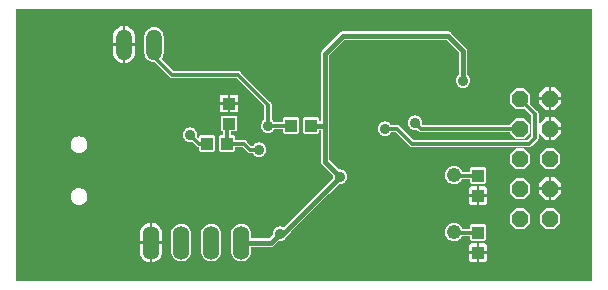
<source format=gbr>
%TF.GenerationSoftware,KiCad,Pcbnew,(6.0.7)*%
%TF.CreationDate,2022-08-30T17:29:13+02:00*%
%TF.ProjectId,bmp_entropia,626d705f-656e-4747-926f-7069612e6b69,rev?*%
%TF.SameCoordinates,Original*%
%TF.FileFunction,Copper,L2,Bot*%
%TF.FilePolarity,Positive*%
%FSLAX46Y46*%
G04 Gerber Fmt 4.6, Leading zero omitted, Abs format (unit mm)*
G04 Created by KiCad (PCBNEW (6.0.7)) date 2022-08-30 17:29:13*
%MOMM*%
%LPD*%
G01*
G04 APERTURE LIST*
G04 Aperture macros list*
%AMOutline5P*
0 Free polygon, 5 corners , with rotation*
0 The origin of the aperture is its center*
0 number of corners: always 5*
0 $1 to $10 corner X, Y*
0 $11 Rotation angle, in degrees counterclockwise*
0 create outline with 5 corners*
4,1,5,$1,$2,$3,$4,$5,$6,$7,$8,$9,$10,$1,$2,$11*%
%AMOutline6P*
0 Free polygon, 6 corners , with rotation*
0 The origin of the aperture is its center*
0 number of corners: always 6*
0 $1 to $12 corner X, Y*
0 $13 Rotation angle, in degrees counterclockwise*
0 create outline with 6 corners*
4,1,6,$1,$2,$3,$4,$5,$6,$7,$8,$9,$10,$11,$12,$1,$2,$13*%
%AMOutline7P*
0 Free polygon, 7 corners , with rotation*
0 The origin of the aperture is its center*
0 number of corners: always 7*
0 $1 to $14 corner X, Y*
0 $15 Rotation angle, in degrees counterclockwise*
0 create outline with 7 corners*
4,1,7,$1,$2,$3,$4,$5,$6,$7,$8,$9,$10,$11,$12,$13,$14,$1,$2,$15*%
%AMOutline8P*
0 Free polygon, 8 corners , with rotation*
0 The origin of the aperture is its center*
0 number of corners: always 8*
0 $1 to $16 corner X, Y*
0 $17 Rotation angle, in degrees counterclockwise*
0 create outline with 8 corners*
4,1,8,$1,$2,$3,$4,$5,$6,$7,$8,$9,$10,$11,$12,$13,$14,$15,$16,$1,$2,$17*%
G04 Aperture macros list end*
%TA.AperFunction,ComponentPad*%
%ADD10O,1.422400X2.844800*%
%TD*%
%TA.AperFunction,ComponentPad*%
%ADD11Outline8P,-0.711200X0.294589X-0.294589X0.711200X0.294589X0.711200X0.711200X0.294589X0.711200X-0.294589X0.294589X-0.711200X-0.294589X-0.711200X-0.711200X-0.294589X90.000000*%
%TD*%
%TA.AperFunction,ComponentPad*%
%ADD12O,1.320800X2.641600*%
%TD*%
%TA.AperFunction,ComponentPad*%
%ADD13C,1.219200*%
%TD*%
%TA.AperFunction,SMDPad,CuDef*%
%ADD14R,1.000000X1.100000*%
%TD*%
%TA.AperFunction,SMDPad,CuDef*%
%ADD15R,1.100000X1.000000*%
%TD*%
%TA.AperFunction,ViaPad*%
%ADD16C,0.904800*%
%TD*%
%TA.AperFunction,Conductor*%
%ADD17C,0.406400*%
%TD*%
%TA.AperFunction,Conductor*%
%ADD18C,0.304800*%
%TD*%
G04 APERTURE END LIST*
D10*
%TO.P,SV1,4*%
%TO.N,+3V3*%
X143139100Y-113272600D03*
%TO.P,SV1,3*%
%TO.N,TXD*%
X140599100Y-113272600D03*
%TO.P,SV1,2*%
%TO.N,RXD*%
X138059100Y-113272600D03*
%TO.P,SV1,1*%
%TO.N,GND*%
X135519100Y-113272600D03*
%TD*%
D11*
%TO.P,SV2,1*%
%TO.N,TPWR*%
X169301100Y-111240600D03*
%TO.P,SV2,2*%
%TO.N,TMS*%
X166761100Y-111240600D03*
%TO.P,SV2,3*%
%TO.N,GND*%
X169301100Y-108700600D03*
%TO.P,SV2,4*%
%TO.N,TCK*%
X166761100Y-108700600D03*
%TO.P,SV2,5*%
%TO.N,N/C*%
X169301100Y-106160600D03*
%TO.P,SV2,6*%
%TO.N,TDO*%
X166761100Y-106160600D03*
%TO.P,SV2,7*%
%TO.N,GND*%
X169301100Y-103620600D03*
%TO.P,SV2,8*%
%TO.N,TDI*%
X166761100Y-103620600D03*
%TO.P,SV2,9*%
%TO.N,GND*%
X169301100Y-101080600D03*
%TO.P,SV2,10*%
%TO.N,RST*%
X166761100Y-101080600D03*
%TD*%
D12*
%TO.P,JP1,1*%
%TO.N,TASTER*%
X135773100Y-96508600D03*
%TO.P,JP1,2*%
%TO.N,GND*%
X133233100Y-96508600D03*
%TD*%
D13*
%TO.P,Q1,1*%
%TO.N,OSC_IN*%
X161173100Y-112383600D03*
%TO.P,Q1,2*%
%TO.N,OSC_OUT*%
X161173100Y-107557600D03*
%TD*%
D14*
%TO.P,R13,1*%
%TO.N,+5V*%
X140257100Y-104890600D03*
%TO.P,R13,2*%
%TO.N,VBUS*%
X141957100Y-104890600D03*
%TD*%
%TO.P,C2,1*%
%TO.N,GND*%
X163205100Y-109296600D03*
%TO.P,C2,2*%
%TO.N,OSC_OUT*%
X163205100Y-107596600D03*
%TD*%
%TO.P,C1,1*%
%TO.N,GND*%
X163205100Y-114122600D03*
%TO.P,C1,2*%
%TO.N,OSC_IN*%
X163205100Y-112422600D03*
%TD*%
%TO.P,R14,1*%
%TO.N,TASTER*%
X147369100Y-103366600D03*
%TO.P,R14,2*%
%TO.N,+3V3*%
X149069100Y-103366600D03*
%TD*%
D15*
%TO.P,R12,1*%
%TO.N,GND*%
X142123100Y-101500600D03*
%TO.P,R12,2*%
%TO.N,VBUS*%
X142123100Y-103200600D03*
%TD*%
D16*
%TO.N,GND*%
X163713100Y-100826600D03*
X151775100Y-97270600D03*
X138313100Y-100064600D03*
X151521100Y-104636600D03*
X170063100Y-95746600D03*
X135519100Y-110224600D03*
X152537100Y-114288600D03*
X151521100Y-109462600D03*
X138567100Y-97778600D03*
X149997100Y-95238600D03*
X153299100Y-107684600D03*
X168031100Y-114034600D03*
%TO.N,+3V3*%
X146441100Y-112510600D03*
X151521100Y-107684600D03*
X161935100Y-99556600D03*
%TO.N,+5V*%
X138821100Y-104128600D03*
%TO.N,RST*%
X155331100Y-103620600D03*
%TO.N,TDI*%
X157871100Y-103112600D03*
%TO.N,TASTER*%
X145425100Y-103366600D03*
%TO.N,VBUS*%
X144663100Y-105398600D03*
%TD*%
D17*
%TO.N,+3V3*%
X150251100Y-103366600D02*
X150251100Y-106414600D01*
X151775100Y-95746600D02*
X150251100Y-97270600D01*
X161935100Y-97016600D02*
X160665100Y-95746600D01*
X146695100Y-112510600D02*
X151521100Y-107684600D01*
X146441100Y-112510600D02*
X145679100Y-113272600D01*
X146441100Y-112510600D02*
X146695100Y-112510600D01*
X160665100Y-95746600D02*
X151775100Y-95746600D01*
X149069100Y-103366600D02*
X150251100Y-103366600D01*
X150251100Y-97270600D02*
X150251100Y-103366600D01*
X150251100Y-106414600D02*
X151521100Y-107684600D01*
X145679100Y-113272600D02*
X143139100Y-113272600D01*
X161935100Y-99556600D02*
X161935100Y-97016600D01*
D18*
%TO.N,OSC_OUT*%
X161212100Y-107596600D02*
X161173100Y-107557600D01*
X163205100Y-107596600D02*
X161212100Y-107596600D01*
%TO.N,OSC_IN*%
X163205100Y-112422600D02*
X161212100Y-112422600D01*
X161212100Y-112422600D02*
X161173100Y-112383600D01*
%TO.N,+5V*%
X139583100Y-104890600D02*
X138821100Y-104128600D01*
X140257100Y-104890600D02*
X139583100Y-104890600D01*
%TO.N,RST*%
X156347100Y-103620600D02*
X155331100Y-103620600D01*
X168031100Y-102350600D02*
X166761100Y-101080600D01*
X167523100Y-104890600D02*
X168031100Y-104382600D01*
X167523100Y-104890600D02*
X157617100Y-104890600D01*
X168031100Y-104382600D02*
X168031100Y-102350600D01*
X157617100Y-104890600D02*
X156347100Y-103620600D01*
%TO.N,TDI*%
X157871100Y-103112600D02*
X158379100Y-103620600D01*
X158379100Y-103620600D02*
X166761100Y-103620600D01*
%TO.N,TASTER*%
X137297100Y-99048600D02*
X142885100Y-99048600D01*
X135773100Y-96508600D02*
X135773100Y-97524600D01*
X142885100Y-99048600D02*
X145425100Y-101588600D01*
X145425100Y-103366600D02*
X147369100Y-103366600D01*
X135773100Y-97524600D02*
X137297100Y-99048600D01*
X145425100Y-101588600D02*
X145425100Y-103366600D01*
%TO.N,VBUS*%
X143393100Y-104890600D02*
X143901100Y-105398600D01*
X141957100Y-103366600D02*
X142123100Y-103200600D01*
X141957100Y-104890600D02*
X141957100Y-103366600D01*
X141957100Y-104890600D02*
X143393100Y-104890600D01*
X144663100Y-105398600D02*
X143901100Y-105398600D01*
%TD*%
%TA.AperFunction,Conductor*%
%TO.N,GND*%
G36*
X172873014Y-93472686D02*
G01*
X172887600Y-93507900D01*
X172887600Y-116499300D01*
X172873014Y-116534514D01*
X172837800Y-116549100D01*
X124164400Y-116549100D01*
X124129186Y-116534514D01*
X124114600Y-116499300D01*
X124114600Y-114031512D01*
X134554700Y-114031512D01*
X134554827Y-114034020D01*
X134569270Y-114176206D01*
X134570281Y-114181133D01*
X134627359Y-114363268D01*
X134629338Y-114367885D01*
X134721874Y-114534825D01*
X134724741Y-114538950D01*
X134848966Y-114683885D01*
X134852587Y-114687333D01*
X135003416Y-114804329D01*
X135007678Y-114806992D01*
X135178935Y-114891261D01*
X135183646Y-114893013D01*
X135368357Y-114941127D01*
X135373320Y-114941895D01*
X135382608Y-114942382D01*
X135389030Y-114940107D01*
X135392500Y-114932314D01*
X135392500Y-114930126D01*
X135645700Y-114930126D01*
X135648601Y-114937131D01*
X135652956Y-114938935D01*
X135757676Y-114923097D01*
X135762544Y-114921847D01*
X135941679Y-114855939D01*
X135946187Y-114853740D01*
X136108419Y-114753152D01*
X136112392Y-114750092D01*
X136251076Y-114618944D01*
X136254358Y-114615142D01*
X136363843Y-114458782D01*
X136366289Y-114454405D01*
X136442096Y-114279226D01*
X136443613Y-114274443D01*
X136482775Y-114086991D01*
X136483264Y-114083225D01*
X136483466Y-114079357D01*
X136483500Y-114078068D01*
X136483500Y-114030701D01*
X137195000Y-114030701D01*
X137210181Y-114170447D01*
X137270064Y-114348386D01*
X137366760Y-114509315D01*
X137368615Y-114511276D01*
X137368616Y-114511278D01*
X137493900Y-114643762D01*
X137493903Y-114643765D01*
X137495757Y-114645725D01*
X137651038Y-114751254D01*
X137653537Y-114752254D01*
X137653538Y-114752254D01*
X137822855Y-114819976D01*
X137822858Y-114819977D01*
X137825356Y-114820976D01*
X137917968Y-114836308D01*
X138007920Y-114851200D01*
X138007923Y-114851200D01*
X138010580Y-114851640D01*
X138013270Y-114851499D01*
X138018976Y-114851200D01*
X138198068Y-114841814D01*
X138200662Y-114841099D01*
X138200665Y-114841099D01*
X138288570Y-114816886D01*
X138379072Y-114791957D01*
X138452672Y-114753152D01*
X138542759Y-114705655D01*
X138542762Y-114705653D01*
X138545148Y-114704395D01*
X138688547Y-114583214D01*
X138802578Y-114434066D01*
X138881923Y-114263912D01*
X138885212Y-114249200D01*
X138922432Y-114082682D01*
X138922878Y-114080688D01*
X138923200Y-114074929D01*
X138923200Y-114030701D01*
X139735000Y-114030701D01*
X139750181Y-114170447D01*
X139810064Y-114348386D01*
X139906760Y-114509315D01*
X139908615Y-114511276D01*
X139908616Y-114511278D01*
X140033900Y-114643762D01*
X140033903Y-114643765D01*
X140035757Y-114645725D01*
X140191038Y-114751254D01*
X140193537Y-114752254D01*
X140193538Y-114752254D01*
X140362855Y-114819976D01*
X140362858Y-114819977D01*
X140365356Y-114820976D01*
X140457968Y-114836308D01*
X140547920Y-114851200D01*
X140547923Y-114851200D01*
X140550580Y-114851640D01*
X140553270Y-114851499D01*
X140558976Y-114851200D01*
X140738068Y-114841814D01*
X140740662Y-114841099D01*
X140740665Y-114841099D01*
X140828570Y-114816886D01*
X140919072Y-114791957D01*
X140992672Y-114753152D01*
X141082759Y-114705655D01*
X141082762Y-114705653D01*
X141085148Y-114704395D01*
X141228547Y-114583214D01*
X141342578Y-114434066D01*
X141421923Y-114263912D01*
X141425212Y-114249200D01*
X141462432Y-114082682D01*
X141462878Y-114080688D01*
X141463200Y-114074929D01*
X141463200Y-114030701D01*
X142275000Y-114030701D01*
X142290181Y-114170447D01*
X142350064Y-114348386D01*
X142446760Y-114509315D01*
X142448615Y-114511276D01*
X142448616Y-114511278D01*
X142573900Y-114643762D01*
X142573903Y-114643765D01*
X142575757Y-114645725D01*
X142731038Y-114751254D01*
X142733537Y-114752254D01*
X142733538Y-114752254D01*
X142902855Y-114819976D01*
X142902858Y-114819977D01*
X142905356Y-114820976D01*
X142997968Y-114836308D01*
X143087920Y-114851200D01*
X143087923Y-114851200D01*
X143090580Y-114851640D01*
X143093270Y-114851499D01*
X143098976Y-114851200D01*
X143278068Y-114841814D01*
X143280662Y-114841099D01*
X143280665Y-114841099D01*
X143368570Y-114816886D01*
X143459072Y-114791957D01*
X143532672Y-114753152D01*
X143622759Y-114705655D01*
X143622762Y-114705653D01*
X143625148Y-114704395D01*
X143636159Y-114695090D01*
X162451900Y-114695090D01*
X162452377Y-114699936D01*
X162465634Y-114766582D01*
X162469317Y-114775473D01*
X162519826Y-114851066D01*
X162526634Y-114857874D01*
X162602227Y-114908383D01*
X162611118Y-114912066D01*
X162677764Y-114925323D01*
X162682610Y-114925800D01*
X163068594Y-114925800D01*
X163075599Y-114922899D01*
X163078500Y-114915894D01*
X163331700Y-114915894D01*
X163334601Y-114922899D01*
X163341606Y-114925800D01*
X163727590Y-114925800D01*
X163732436Y-114925323D01*
X163799082Y-114912066D01*
X163807973Y-114908383D01*
X163883566Y-114857874D01*
X163890374Y-114851066D01*
X163940883Y-114775473D01*
X163944566Y-114766582D01*
X163957823Y-114699936D01*
X163958300Y-114695090D01*
X163958300Y-114259106D01*
X163955399Y-114252101D01*
X163948394Y-114249200D01*
X163341606Y-114249200D01*
X163334601Y-114252101D01*
X163331700Y-114259106D01*
X163331700Y-114915894D01*
X163078500Y-114915894D01*
X163078500Y-114259106D01*
X163075599Y-114252101D01*
X163068594Y-114249200D01*
X162461806Y-114249200D01*
X162454801Y-114252101D01*
X162451900Y-114259106D01*
X162451900Y-114695090D01*
X143636159Y-114695090D01*
X143768547Y-114583214D01*
X143882578Y-114434066D01*
X143961923Y-114263912D01*
X143965212Y-114249200D01*
X144002432Y-114082682D01*
X144002878Y-114080688D01*
X144003200Y-114074929D01*
X144003200Y-113986094D01*
X162451900Y-113986094D01*
X162454801Y-113993099D01*
X162461806Y-113996000D01*
X163068594Y-113996000D01*
X163075599Y-113993099D01*
X163078500Y-113986094D01*
X163331700Y-113986094D01*
X163334601Y-113993099D01*
X163341606Y-113996000D01*
X163948394Y-113996000D01*
X163955399Y-113993099D01*
X163958300Y-113986094D01*
X163958300Y-113550110D01*
X163957823Y-113545264D01*
X163944566Y-113478618D01*
X163940883Y-113469727D01*
X163890374Y-113394134D01*
X163883566Y-113387326D01*
X163807973Y-113336817D01*
X163799082Y-113333134D01*
X163732436Y-113319877D01*
X163727590Y-113319400D01*
X163341606Y-113319400D01*
X163334601Y-113322301D01*
X163331700Y-113329306D01*
X163331700Y-113986094D01*
X163078500Y-113986094D01*
X163078500Y-113329306D01*
X163075599Y-113322301D01*
X163068594Y-113319400D01*
X162682610Y-113319400D01*
X162677764Y-113319877D01*
X162611118Y-113333134D01*
X162602227Y-113336817D01*
X162526634Y-113387326D01*
X162519826Y-113394134D01*
X162469317Y-113469727D01*
X162465634Y-113478618D01*
X162452377Y-113545264D01*
X162451900Y-113550110D01*
X162451900Y-113986094D01*
X144003200Y-113986094D01*
X144003200Y-113678500D01*
X144017786Y-113643286D01*
X144053000Y-113628700D01*
X145635782Y-113628700D01*
X145646264Y-113629816D01*
X145658065Y-113632357D01*
X145658066Y-113632357D01*
X145662093Y-113633224D01*
X145666182Y-113632740D01*
X145666183Y-113632740D01*
X145697401Y-113629045D01*
X145703254Y-113628700D01*
X145708684Y-113628700D01*
X145710713Y-113628362D01*
X145710717Y-113628362D01*
X145728114Y-113625466D01*
X145730434Y-113625135D01*
X145779822Y-113619290D01*
X145783534Y-113617508D01*
X145787487Y-113616359D01*
X145787563Y-113616621D01*
X145788173Y-113616428D01*
X145788085Y-113616170D01*
X145791982Y-113614836D01*
X145796042Y-113614160D01*
X145839816Y-113590541D01*
X145841834Y-113589512D01*
X145886690Y-113567972D01*
X145890700Y-113564601D01*
X145890743Y-113564652D01*
X145893672Y-113562568D01*
X145893498Y-113562343D01*
X145896749Y-113559821D01*
X145900374Y-113557865D01*
X145935623Y-113519733D01*
X145936978Y-113518323D01*
X146329251Y-113126050D01*
X146364465Y-113111464D01*
X146370965Y-113111890D01*
X146437864Y-113120697D01*
X146441100Y-113121123D01*
X146599115Y-113100320D01*
X146675928Y-113068503D01*
X146743343Y-113040579D01*
X146743346Y-113040577D01*
X146746362Y-113039328D01*
X146872805Y-112942305D01*
X146969828Y-112815861D01*
X147000222Y-112742486D01*
X147020053Y-112694609D01*
X147030848Y-112678453D01*
X147336415Y-112372886D01*
X160405850Y-112372886D01*
X160406122Y-112375659D01*
X160419605Y-112513167D01*
X160422543Y-112543136D01*
X160423422Y-112545777D01*
X160423422Y-112545779D01*
X160443150Y-112605083D01*
X160476540Y-112705456D01*
X160565156Y-112851780D01*
X160567092Y-112853785D01*
X160567093Y-112853786D01*
X160682057Y-112972834D01*
X160682060Y-112972836D01*
X160683989Y-112974834D01*
X160686311Y-112976353D01*
X160686314Y-112976356D01*
X160764385Y-113027444D01*
X160827130Y-113068503D01*
X160987467Y-113128132D01*
X161157030Y-113150757D01*
X161159799Y-113150505D01*
X161159801Y-113150505D01*
X161324623Y-113135505D01*
X161327392Y-113135253D01*
X161441858Y-113098060D01*
X161487442Y-113083249D01*
X161487444Y-113083248D01*
X161490085Y-113082390D01*
X161560224Y-113040579D01*
X161634633Y-112996223D01*
X161634637Y-112996220D01*
X161637024Y-112994797D01*
X161639036Y-112992881D01*
X161639040Y-112992878D01*
X161758892Y-112878744D01*
X161760905Y-112876827D01*
X161762442Y-112874513D01*
X161762445Y-112874510D01*
X161845075Y-112750141D01*
X161876711Y-112728882D01*
X161886554Y-112727900D01*
X162502401Y-112727900D01*
X162537615Y-112742486D01*
X162552201Y-112777700D01*
X162552201Y-112987656D01*
X162552678Y-112990053D01*
X162552678Y-112990056D01*
X162553621Y-112994797D01*
X162561072Y-113032258D01*
X162594866Y-113082834D01*
X162645442Y-113116628D01*
X162650251Y-113117585D01*
X162650252Y-113117585D01*
X162687644Y-113125023D01*
X162687646Y-113125023D01*
X162690043Y-113125500D01*
X163204994Y-113125500D01*
X163720156Y-113125499D01*
X163722553Y-113125022D01*
X163722556Y-113125022D01*
X163738335Y-113121883D01*
X163764758Y-113116628D01*
X163772487Y-113111464D01*
X163811256Y-113085559D01*
X163815334Y-113082834D01*
X163849128Y-113032258D01*
X163856580Y-112994797D01*
X163857523Y-112990056D01*
X163857523Y-112990054D01*
X163858000Y-112987657D01*
X163857999Y-111857544D01*
X163849128Y-111812942D01*
X163827710Y-111780887D01*
X163818059Y-111766444D01*
X163815334Y-111762366D01*
X163800611Y-111752528D01*
X163779179Y-111738208D01*
X163764758Y-111728572D01*
X163759949Y-111727615D01*
X163759948Y-111727615D01*
X163722556Y-111720177D01*
X163722554Y-111720177D01*
X163720157Y-111719700D01*
X163205206Y-111719700D01*
X162690044Y-111719701D01*
X162687647Y-111720178D01*
X162687644Y-111720178D01*
X162671865Y-111723317D01*
X162645442Y-111728572D01*
X162641364Y-111731297D01*
X162641362Y-111731298D01*
X162608519Y-111753243D01*
X162594866Y-111762366D01*
X162592141Y-111766444D01*
X162582491Y-111780887D01*
X162561072Y-111812942D01*
X162560115Y-111817751D01*
X162560115Y-111817752D01*
X162555530Y-111840805D01*
X162552200Y-111857543D01*
X162552200Y-112067500D01*
X162537614Y-112102714D01*
X162502400Y-112117300D01*
X161923212Y-112117300D01*
X161887998Y-112102714D01*
X161876182Y-112083877D01*
X161874447Y-112078895D01*
X161865099Y-112052050D01*
X161836480Y-112006250D01*
X161775923Y-111909338D01*
X161775922Y-111909336D01*
X161774448Y-111906978D01*
X161653909Y-111785594D01*
X161651568Y-111784108D01*
X161651565Y-111784106D01*
X161511824Y-111695425D01*
X161509473Y-111693933D01*
X161506850Y-111692999D01*
X161506846Y-111692997D01*
X161350942Y-111637483D01*
X161348319Y-111636549D01*
X161178457Y-111616294D01*
X161175688Y-111616585D01*
X161175686Y-111616585D01*
X161011095Y-111633884D01*
X161011093Y-111633884D01*
X161008328Y-111634175D01*
X161005698Y-111635070D01*
X161005695Y-111635071D01*
X160849026Y-111688406D01*
X160849024Y-111688407D01*
X160846389Y-111689304D01*
X160844019Y-111690762D01*
X160844017Y-111690763D01*
X160836439Y-111695425D01*
X160700688Y-111778940D01*
X160578466Y-111898628D01*
X160576959Y-111900967D01*
X160576957Y-111900969D01*
X160488518Y-112038199D01*
X160485798Y-112042420D01*
X160484847Y-112045033D01*
X160484846Y-112045035D01*
X160430443Y-112194508D01*
X160427290Y-112203170D01*
X160426942Y-112205925D01*
X160426941Y-112205929D01*
X160406199Y-112370122D01*
X160405850Y-112372886D01*
X147336415Y-112372886D01*
X148158982Y-111550319D01*
X165897000Y-111550319D01*
X165905975Y-111595099D01*
X165908699Y-111599168D01*
X165929731Y-111630586D01*
X165929735Y-111630591D01*
X165931086Y-111632609D01*
X166369091Y-112070612D01*
X166407104Y-112095932D01*
X166435713Y-112101597D01*
X166448995Y-112104227D01*
X166448997Y-112104227D01*
X166451385Y-112104700D01*
X167070819Y-112104700D01*
X167115599Y-112095725D01*
X167122963Y-112090795D01*
X167151086Y-112071969D01*
X167151091Y-112071965D01*
X167153109Y-112070614D01*
X167591112Y-111632609D01*
X167601760Y-111616624D01*
X167613715Y-111598675D01*
X167616432Y-111594596D01*
X167625199Y-111550319D01*
X168437000Y-111550319D01*
X168445975Y-111595099D01*
X168448699Y-111599168D01*
X168469731Y-111630586D01*
X168469735Y-111630591D01*
X168471086Y-111632609D01*
X168909091Y-112070612D01*
X168947104Y-112095932D01*
X168975713Y-112101597D01*
X168988995Y-112104227D01*
X168988997Y-112104227D01*
X168991385Y-112104700D01*
X169610819Y-112104700D01*
X169655599Y-112095725D01*
X169662963Y-112090795D01*
X169691086Y-112071969D01*
X169691091Y-112071965D01*
X169693109Y-112070614D01*
X170131112Y-111632609D01*
X170141760Y-111616624D01*
X170153715Y-111598675D01*
X170156432Y-111594596D01*
X170165200Y-111550315D01*
X170165200Y-110930881D01*
X170156225Y-110886101D01*
X170132492Y-110850649D01*
X170132469Y-110850614D01*
X170132465Y-110850609D01*
X170131114Y-110848591D01*
X169693109Y-110410588D01*
X169655096Y-110385268D01*
X169626487Y-110379603D01*
X169613205Y-110376973D01*
X169613203Y-110376973D01*
X169610815Y-110376500D01*
X168991381Y-110376500D01*
X168946601Y-110385475D01*
X168942532Y-110388199D01*
X168911114Y-110409231D01*
X168911109Y-110409235D01*
X168909091Y-110410586D01*
X168471088Y-110848591D01*
X168445768Y-110886604D01*
X168437000Y-110930885D01*
X168437000Y-111550319D01*
X167625199Y-111550319D01*
X167625200Y-111550315D01*
X167625200Y-110930881D01*
X167616225Y-110886101D01*
X167592492Y-110850649D01*
X167592469Y-110850614D01*
X167592465Y-110850609D01*
X167591114Y-110848591D01*
X167153109Y-110410588D01*
X167115096Y-110385268D01*
X167086487Y-110379603D01*
X167073205Y-110376973D01*
X167073203Y-110376973D01*
X167070815Y-110376500D01*
X166451381Y-110376500D01*
X166406601Y-110385475D01*
X166402532Y-110388199D01*
X166371114Y-110409231D01*
X166371109Y-110409235D01*
X166369091Y-110410586D01*
X165931088Y-110848591D01*
X165905768Y-110886604D01*
X165897000Y-110930885D01*
X165897000Y-111550319D01*
X148158982Y-111550319D01*
X149840211Y-109869090D01*
X162451900Y-109869090D01*
X162452377Y-109873936D01*
X162465634Y-109940582D01*
X162469317Y-109949473D01*
X162519826Y-110025066D01*
X162526634Y-110031874D01*
X162602227Y-110082383D01*
X162611118Y-110086066D01*
X162677764Y-110099323D01*
X162682610Y-110099800D01*
X163068594Y-110099800D01*
X163075599Y-110096899D01*
X163078500Y-110089894D01*
X163331700Y-110089894D01*
X163334601Y-110096899D01*
X163341606Y-110099800D01*
X163727590Y-110099800D01*
X163732436Y-110099323D01*
X163799082Y-110086066D01*
X163807973Y-110082383D01*
X163883566Y-110031874D01*
X163890374Y-110025066D01*
X163940883Y-109949473D01*
X163944566Y-109940582D01*
X163957823Y-109873936D01*
X163958300Y-109869090D01*
X163958300Y-109433106D01*
X163955399Y-109426101D01*
X163948394Y-109423200D01*
X163341606Y-109423200D01*
X163334601Y-109426101D01*
X163331700Y-109433106D01*
X163331700Y-110089894D01*
X163078500Y-110089894D01*
X163078500Y-109433106D01*
X163075599Y-109426101D01*
X163068594Y-109423200D01*
X162461806Y-109423200D01*
X162454801Y-109426101D01*
X162451900Y-109433106D01*
X162451900Y-109869090D01*
X149840211Y-109869090D01*
X150549207Y-109160094D01*
X162451900Y-109160094D01*
X162454801Y-109167099D01*
X162461806Y-109170000D01*
X163068594Y-109170000D01*
X163075599Y-109167099D01*
X163078500Y-109160094D01*
X163331700Y-109160094D01*
X163334601Y-109167099D01*
X163341606Y-109170000D01*
X163948394Y-109170000D01*
X163955399Y-109167099D01*
X163958300Y-109160094D01*
X163958300Y-109010319D01*
X165897000Y-109010319D01*
X165905975Y-109055099D01*
X165908699Y-109059168D01*
X165929731Y-109090586D01*
X165929735Y-109090591D01*
X165931086Y-109092609D01*
X166369091Y-109530612D01*
X166407104Y-109555932D01*
X166435713Y-109561597D01*
X166448995Y-109564227D01*
X166448997Y-109564227D01*
X166451385Y-109564700D01*
X167070819Y-109564700D01*
X167115599Y-109555725D01*
X167120342Y-109552550D01*
X167151086Y-109531969D01*
X167151091Y-109531965D01*
X167153109Y-109530614D01*
X167591112Y-109092609D01*
X167616432Y-109054596D01*
X167623724Y-109017769D01*
X168336700Y-109017769D01*
X168337185Y-109022656D01*
X168350603Y-109089597D01*
X168354289Y-109098467D01*
X168391796Y-109154494D01*
X168394872Y-109158239D01*
X168843444Y-109606813D01*
X168847235Y-109609919D01*
X168904058Y-109647766D01*
X168912937Y-109651432D01*
X168979071Y-109664527D01*
X168983900Y-109665000D01*
X169164594Y-109665000D01*
X169171599Y-109662099D01*
X169174500Y-109655094D01*
X169427700Y-109655094D01*
X169430601Y-109662099D01*
X169437606Y-109665000D01*
X169618269Y-109665000D01*
X169623156Y-109664515D01*
X169690097Y-109651097D01*
X169698967Y-109647411D01*
X169754994Y-109609904D01*
X169758739Y-109606828D01*
X170207313Y-109158256D01*
X170210419Y-109154465D01*
X170248266Y-109097642D01*
X170251932Y-109088763D01*
X170265027Y-109022629D01*
X170265500Y-109017800D01*
X170265500Y-108837106D01*
X170262599Y-108830101D01*
X170255594Y-108827200D01*
X169437606Y-108827200D01*
X169430601Y-108830101D01*
X169427700Y-108837106D01*
X169427700Y-109655094D01*
X169174500Y-109655094D01*
X169174500Y-108837106D01*
X169171599Y-108830101D01*
X169164594Y-108827200D01*
X168346606Y-108827200D01*
X168339601Y-108830101D01*
X168336700Y-108837106D01*
X168336700Y-109017769D01*
X167623724Y-109017769D01*
X167625200Y-109010315D01*
X167625200Y-108564094D01*
X168336700Y-108564094D01*
X168339601Y-108571099D01*
X168346606Y-108574000D01*
X169164594Y-108574000D01*
X169171599Y-108571099D01*
X169174500Y-108564094D01*
X169427700Y-108564094D01*
X169430601Y-108571099D01*
X169437606Y-108574000D01*
X170255594Y-108574000D01*
X170262599Y-108571099D01*
X170265500Y-108564094D01*
X170265500Y-108383431D01*
X170265015Y-108378544D01*
X170251597Y-108311603D01*
X170247911Y-108302733D01*
X170210404Y-108246706D01*
X170207328Y-108242961D01*
X169758756Y-107794387D01*
X169754965Y-107791281D01*
X169698142Y-107753434D01*
X169689263Y-107749768D01*
X169623129Y-107736673D01*
X169618300Y-107736200D01*
X169437606Y-107736200D01*
X169430601Y-107739101D01*
X169427700Y-107746106D01*
X169427700Y-108564094D01*
X169174500Y-108564094D01*
X169174500Y-107746106D01*
X169171599Y-107739101D01*
X169164594Y-107736200D01*
X168983931Y-107736200D01*
X168979044Y-107736685D01*
X168912103Y-107750103D01*
X168903233Y-107753789D01*
X168847206Y-107791296D01*
X168843461Y-107794372D01*
X168394887Y-108242944D01*
X168391781Y-108246735D01*
X168353934Y-108303558D01*
X168350268Y-108312437D01*
X168337173Y-108378571D01*
X168336700Y-108383400D01*
X168336700Y-108564094D01*
X167625200Y-108564094D01*
X167625200Y-108390881D01*
X167616225Y-108346101D01*
X167613050Y-108341358D01*
X167592469Y-108310614D01*
X167592465Y-108310609D01*
X167591114Y-108308591D01*
X167153109Y-107870588D01*
X167115096Y-107845268D01*
X167085350Y-107839378D01*
X167073205Y-107836973D01*
X167073203Y-107836973D01*
X167070815Y-107836500D01*
X166451381Y-107836500D01*
X166406601Y-107845475D01*
X166402532Y-107848199D01*
X166371114Y-107869231D01*
X166371109Y-107869235D01*
X166369091Y-107870586D01*
X165931088Y-108308591D01*
X165905768Y-108346604D01*
X165897000Y-108390885D01*
X165897000Y-109010319D01*
X163958300Y-109010319D01*
X163958300Y-108724110D01*
X163957823Y-108719264D01*
X163944566Y-108652618D01*
X163940883Y-108643727D01*
X163890374Y-108568134D01*
X163883566Y-108561326D01*
X163807973Y-108510817D01*
X163799082Y-108507134D01*
X163732436Y-108493877D01*
X163727590Y-108493400D01*
X163341606Y-108493400D01*
X163334601Y-108496301D01*
X163331700Y-108503306D01*
X163331700Y-109160094D01*
X163078500Y-109160094D01*
X163078500Y-108503306D01*
X163075599Y-108496301D01*
X163068594Y-108493400D01*
X162682610Y-108493400D01*
X162677764Y-108493877D01*
X162611118Y-108507134D01*
X162602227Y-108510817D01*
X162526634Y-108561326D01*
X162519826Y-108568134D01*
X162469317Y-108643727D01*
X162465634Y-108652618D01*
X162452377Y-108719264D01*
X162451900Y-108724110D01*
X162451900Y-109160094D01*
X150549207Y-109160094D01*
X151409251Y-108300050D01*
X151444465Y-108285464D01*
X151450965Y-108285890D01*
X151517864Y-108294697D01*
X151521100Y-108295123D01*
X151679115Y-108274320D01*
X151755928Y-108242503D01*
X151823343Y-108214579D01*
X151823346Y-108214577D01*
X151826362Y-108213328D01*
X151952805Y-108116305D01*
X152049828Y-107989861D01*
X152077051Y-107924141D01*
X152098509Y-107872335D01*
X152110820Y-107842615D01*
X152131623Y-107684600D01*
X152113493Y-107546886D01*
X160405850Y-107546886D01*
X160406122Y-107549659D01*
X160419036Y-107681364D01*
X160422543Y-107717136D01*
X160423422Y-107719777D01*
X160423422Y-107719779D01*
X160443150Y-107779083D01*
X160476540Y-107879456D01*
X160565156Y-108025780D01*
X160567092Y-108027785D01*
X160567093Y-108027786D01*
X160682057Y-108146834D01*
X160682060Y-108146836D01*
X160683989Y-108148834D01*
X160686311Y-108150353D01*
X160686314Y-108150356D01*
X160764385Y-108201444D01*
X160827130Y-108242503D01*
X160987467Y-108302132D01*
X161157030Y-108324757D01*
X161159799Y-108324505D01*
X161159801Y-108324505D01*
X161324623Y-108309505D01*
X161327392Y-108309253D01*
X161441858Y-108272060D01*
X161487442Y-108257249D01*
X161487444Y-108257248D01*
X161490085Y-108256390D01*
X161560224Y-108214579D01*
X161634633Y-108170223D01*
X161634637Y-108170220D01*
X161637024Y-108168797D01*
X161639036Y-108166881D01*
X161639040Y-108166878D01*
X161758892Y-108052744D01*
X161760905Y-108050827D01*
X161762442Y-108048513D01*
X161762445Y-108048510D01*
X161845075Y-107924141D01*
X161876711Y-107902882D01*
X161886554Y-107901900D01*
X162502401Y-107901900D01*
X162537615Y-107916486D01*
X162552201Y-107951700D01*
X162552201Y-108161656D01*
X162552678Y-108164053D01*
X162552678Y-108164056D01*
X162553621Y-108168797D01*
X162561072Y-108206258D01*
X162563797Y-108210336D01*
X162563798Y-108210338D01*
X162588118Y-108246735D01*
X162594866Y-108256834D01*
X162645442Y-108290628D01*
X162650251Y-108291585D01*
X162650252Y-108291585D01*
X162687644Y-108299023D01*
X162687646Y-108299023D01*
X162690043Y-108299500D01*
X163204994Y-108299500D01*
X163720156Y-108299499D01*
X163722553Y-108299022D01*
X163722556Y-108299022D01*
X163738335Y-108295883D01*
X163764758Y-108290628D01*
X163772487Y-108285464D01*
X163811256Y-108259559D01*
X163815334Y-108256834D01*
X163849128Y-108206258D01*
X163856580Y-108168797D01*
X163857523Y-108164056D01*
X163857523Y-108164054D01*
X163858000Y-108161657D01*
X163857999Y-107031544D01*
X163856542Y-107024215D01*
X163854383Y-107013365D01*
X163849128Y-106986942D01*
X163827710Y-106954887D01*
X163818059Y-106940444D01*
X163815334Y-106936366D01*
X163764758Y-106902572D01*
X163759949Y-106901615D01*
X163759948Y-106901615D01*
X163722556Y-106894177D01*
X163722554Y-106894177D01*
X163720157Y-106893700D01*
X163205206Y-106893700D01*
X162690044Y-106893701D01*
X162687647Y-106894178D01*
X162687644Y-106894178D01*
X162671865Y-106897317D01*
X162645442Y-106902572D01*
X162594866Y-106936366D01*
X162592141Y-106940444D01*
X162582491Y-106954887D01*
X162561072Y-106986942D01*
X162560115Y-106991751D01*
X162560115Y-106991752D01*
X162553658Y-107024215D01*
X162552200Y-107031543D01*
X162552200Y-107241500D01*
X162537614Y-107276714D01*
X162502400Y-107291300D01*
X161923212Y-107291300D01*
X161887998Y-107276714D01*
X161876182Y-107257877D01*
X161874447Y-107252895D01*
X161865099Y-107226050D01*
X161857618Y-107214078D01*
X161775923Y-107083338D01*
X161775922Y-107083336D01*
X161774448Y-107080978D01*
X161766968Y-107073445D01*
X161706944Y-107013001D01*
X161653909Y-106959594D01*
X161651568Y-106958108D01*
X161651565Y-106958106D01*
X161511824Y-106869425D01*
X161509473Y-106867933D01*
X161506850Y-106866999D01*
X161506846Y-106866997D01*
X161350942Y-106811483D01*
X161348319Y-106810549D01*
X161178457Y-106790294D01*
X161175688Y-106790585D01*
X161175686Y-106790585D01*
X161011095Y-106807884D01*
X161011093Y-106807884D01*
X161008328Y-106808175D01*
X161005698Y-106809070D01*
X161005695Y-106809071D01*
X160849026Y-106862406D01*
X160849024Y-106862407D01*
X160846389Y-106863304D01*
X160844019Y-106864762D01*
X160844017Y-106864763D01*
X160836439Y-106869425D01*
X160700688Y-106952940D01*
X160665966Y-106986942D01*
X160582018Y-107069150D01*
X160578466Y-107072628D01*
X160576959Y-107074967D01*
X160576957Y-107074969D01*
X160523536Y-107157862D01*
X160485798Y-107216420D01*
X160484847Y-107219033D01*
X160484846Y-107219035D01*
X160476670Y-107241500D01*
X160427290Y-107377170D01*
X160426942Y-107379925D01*
X160426941Y-107379929D01*
X160406199Y-107544122D01*
X160405850Y-107546886D01*
X152113493Y-107546886D01*
X152110820Y-107526585D01*
X152049828Y-107379339D01*
X151952805Y-107252895D01*
X151826362Y-107155872D01*
X151823346Y-107154623D01*
X151823343Y-107154621D01*
X151737497Y-107119063D01*
X151679115Y-107094880D01*
X151545826Y-107077332D01*
X151524336Y-107074503D01*
X151521100Y-107074077D01*
X151517864Y-107074503D01*
X151450965Y-107083310D01*
X151414148Y-107073445D01*
X151409251Y-107069150D01*
X150810421Y-106470319D01*
X165897000Y-106470319D01*
X165905975Y-106515099D01*
X165908699Y-106519168D01*
X165929731Y-106550586D01*
X165929735Y-106550591D01*
X165931086Y-106552609D01*
X166369091Y-106990612D01*
X166407104Y-107015932D01*
X166435713Y-107021597D01*
X166448995Y-107024227D01*
X166448997Y-107024227D01*
X166451385Y-107024700D01*
X167070819Y-107024700D01*
X167115599Y-107015725D01*
X167120342Y-107012550D01*
X167151086Y-106991969D01*
X167151091Y-106991965D01*
X167153109Y-106990614D01*
X167591112Y-106552609D01*
X167605145Y-106531542D01*
X167613715Y-106518675D01*
X167616432Y-106514596D01*
X167625199Y-106470319D01*
X168437000Y-106470319D01*
X168445975Y-106515099D01*
X168448699Y-106519168D01*
X168469731Y-106550586D01*
X168469735Y-106550591D01*
X168471086Y-106552609D01*
X168909091Y-106990612D01*
X168947104Y-107015932D01*
X168975713Y-107021597D01*
X168988995Y-107024227D01*
X168988997Y-107024227D01*
X168991385Y-107024700D01*
X169610819Y-107024700D01*
X169655599Y-107015725D01*
X169660342Y-107012550D01*
X169691086Y-106991969D01*
X169691091Y-106991965D01*
X169693109Y-106990614D01*
X170131112Y-106552609D01*
X170145145Y-106531542D01*
X170153715Y-106518675D01*
X170156432Y-106514596D01*
X170165200Y-106470315D01*
X170165200Y-105850881D01*
X170156225Y-105806101D01*
X170132492Y-105770649D01*
X170132469Y-105770614D01*
X170132465Y-105770609D01*
X170131114Y-105768591D01*
X170021508Y-105658985D01*
X169694856Y-105332335D01*
X169693109Y-105330588D01*
X169655096Y-105305268D01*
X169626487Y-105299603D01*
X169613205Y-105296973D01*
X169613203Y-105296973D01*
X169610815Y-105296500D01*
X168991381Y-105296500D01*
X168946601Y-105305475D01*
X168942532Y-105308199D01*
X168911114Y-105329231D01*
X168911109Y-105329235D01*
X168909091Y-105330586D01*
X168471088Y-105768591D01*
X168445768Y-105806604D01*
X168437000Y-105850885D01*
X168437000Y-106470319D01*
X167625199Y-106470319D01*
X167625200Y-106470315D01*
X167625200Y-105850881D01*
X167616225Y-105806101D01*
X167592492Y-105770649D01*
X167592469Y-105770614D01*
X167592465Y-105770609D01*
X167591114Y-105768591D01*
X167481508Y-105658985D01*
X167154856Y-105332335D01*
X167153109Y-105330588D01*
X167115096Y-105305268D01*
X167086487Y-105299603D01*
X167073205Y-105296973D01*
X167073203Y-105296973D01*
X167070815Y-105296500D01*
X166451381Y-105296500D01*
X166406601Y-105305475D01*
X166402532Y-105308199D01*
X166371114Y-105329231D01*
X166371109Y-105329235D01*
X166369091Y-105330586D01*
X165931088Y-105768591D01*
X165905768Y-105806604D01*
X165897000Y-105850885D01*
X165897000Y-106470319D01*
X150810421Y-106470319D01*
X150621786Y-106281684D01*
X150607200Y-106246470D01*
X150607200Y-103620600D01*
X154720577Y-103620600D01*
X154741380Y-103778615D01*
X154759906Y-103823339D01*
X154793027Y-103903300D01*
X154802372Y-103925861D01*
X154899395Y-104052305D01*
X155025838Y-104149328D01*
X155028854Y-104150577D01*
X155028857Y-104150579D01*
X155114703Y-104186137D01*
X155173085Y-104210320D01*
X155331100Y-104231123D01*
X155489115Y-104210320D01*
X155547497Y-104186137D01*
X155633343Y-104150579D01*
X155633346Y-104150577D01*
X155636362Y-104149328D01*
X155762805Y-104052305D01*
X155764794Y-104049713D01*
X155844848Y-103945384D01*
X155877857Y-103926326D01*
X155884357Y-103925900D01*
X156200013Y-103925900D01*
X156235227Y-103940486D01*
X157361262Y-105066521D01*
X157365798Y-105071777D01*
X157367755Y-105075780D01*
X157384874Y-105091660D01*
X157405287Y-105110596D01*
X157406633Y-105111892D01*
X157421297Y-105126556D01*
X157423185Y-105127851D01*
X157424350Y-105128819D01*
X157428566Y-105132190D01*
X157451137Y-105153128D01*
X157455405Y-105154831D01*
X157455407Y-105154832D01*
X157467249Y-105159556D01*
X157476966Y-105164745D01*
X157491268Y-105174556D01*
X157495741Y-105175617D01*
X157495742Y-105175618D01*
X157521219Y-105181664D01*
X157528172Y-105183863D01*
X157553505Y-105193970D01*
X157553510Y-105193971D01*
X157556773Y-105195273D01*
X157563168Y-105195900D01*
X157575381Y-105195900D01*
X157586879Y-105197246D01*
X157601927Y-105200817D01*
X157606484Y-105200197D01*
X157606486Y-105200197D01*
X157634714Y-105196355D01*
X157641429Y-105195900D01*
X167466587Y-105195900D01*
X167473511Y-105196408D01*
X167477728Y-105197856D01*
X167528895Y-105195935D01*
X167530763Y-105195900D01*
X167551493Y-105195900D01*
X167553744Y-105195481D01*
X167555246Y-105195342D01*
X167560620Y-105194744D01*
X167586786Y-105193762D01*
X167586789Y-105193761D01*
X167591382Y-105193589D01*
X167595605Y-105191775D01*
X167595608Y-105191774D01*
X167607319Y-105186742D01*
X167617859Y-105183540D01*
X167630388Y-105181207D01*
X167630391Y-105181206D01*
X167634911Y-105180364D01*
X167638826Y-105177951D01*
X167638828Y-105177950D01*
X167661115Y-105164212D01*
X167667587Y-105160849D01*
X167695879Y-105148694D01*
X167698596Y-105146462D01*
X167699899Y-105145392D01*
X167699906Y-105145385D01*
X167700844Y-105144615D01*
X167709478Y-105135981D01*
X167718560Y-105128802D01*
X167727817Y-105123096D01*
X167727818Y-105123095D01*
X167731728Y-105120685D01*
X167734509Y-105117028D01*
X167734511Y-105117026D01*
X167751758Y-105094345D01*
X167756185Y-105089274D01*
X168207021Y-104638438D01*
X168212277Y-104633902D01*
X168216280Y-104631945D01*
X168251096Y-104594413D01*
X168252392Y-104593067D01*
X168267056Y-104578403D01*
X168268351Y-104576515D01*
X168269319Y-104575350D01*
X168272690Y-104571134D01*
X168293628Y-104548563D01*
X168300056Y-104532451D01*
X168305246Y-104522732D01*
X168312454Y-104512225D01*
X168315056Y-104508432D01*
X168322164Y-104478481D01*
X168324363Y-104471528D01*
X168334470Y-104446195D01*
X168334471Y-104446190D01*
X168335773Y-104442927D01*
X168336400Y-104436532D01*
X168336400Y-104424319D01*
X168337746Y-104412820D01*
X168338531Y-104409512D01*
X168341317Y-104397773D01*
X168336855Y-104364989D01*
X168336400Y-104358273D01*
X168336400Y-104139995D01*
X168350986Y-104104781D01*
X168386200Y-104090195D01*
X168421414Y-104104781D01*
X168843444Y-104526813D01*
X168847235Y-104529919D01*
X168904058Y-104567766D01*
X168912937Y-104571432D01*
X168979071Y-104584527D01*
X168983900Y-104585000D01*
X169164594Y-104585000D01*
X169171599Y-104582099D01*
X169174500Y-104575094D01*
X169427700Y-104575094D01*
X169430601Y-104582099D01*
X169437606Y-104585000D01*
X169618269Y-104585000D01*
X169623156Y-104584515D01*
X169690097Y-104571097D01*
X169698967Y-104567411D01*
X169754994Y-104529904D01*
X169758739Y-104526828D01*
X170207313Y-104078256D01*
X170210419Y-104074465D01*
X170248266Y-104017642D01*
X170251932Y-104008763D01*
X170265027Y-103942629D01*
X170265500Y-103937800D01*
X170265500Y-103757106D01*
X170262599Y-103750101D01*
X170255594Y-103747200D01*
X169437606Y-103747200D01*
X169430601Y-103750101D01*
X169427700Y-103757106D01*
X169427700Y-104575094D01*
X169174500Y-104575094D01*
X169174500Y-103484094D01*
X169427700Y-103484094D01*
X169430601Y-103491099D01*
X169437606Y-103494000D01*
X170255594Y-103494000D01*
X170262599Y-103491099D01*
X170265500Y-103484094D01*
X170265500Y-103303431D01*
X170265015Y-103298544D01*
X170251597Y-103231603D01*
X170247911Y-103222733D01*
X170210404Y-103166706D01*
X170207328Y-103162961D01*
X169758756Y-102714387D01*
X169754965Y-102711281D01*
X169698142Y-102673434D01*
X169689263Y-102669768D01*
X169623129Y-102656673D01*
X169618300Y-102656200D01*
X169437606Y-102656200D01*
X169430601Y-102659101D01*
X169427700Y-102666106D01*
X169427700Y-103484094D01*
X169174500Y-103484094D01*
X169174500Y-102666106D01*
X169171599Y-102659101D01*
X169164594Y-102656200D01*
X168983931Y-102656200D01*
X168979044Y-102656685D01*
X168912103Y-102670103D01*
X168903233Y-102673789D01*
X168847206Y-102711296D01*
X168843461Y-102714372D01*
X168421414Y-103136417D01*
X168386200Y-103151003D01*
X168350986Y-103136417D01*
X168336400Y-103101203D01*
X168336400Y-102407105D01*
X168336908Y-102400186D01*
X168338355Y-102395971D01*
X168338183Y-102391378D01*
X168338183Y-102391375D01*
X168336435Y-102344819D01*
X168336400Y-102342951D01*
X168336400Y-102322207D01*
X168335980Y-102319950D01*
X168335841Y-102318448D01*
X168335244Y-102313083D01*
X168334262Y-102286914D01*
X168334261Y-102286912D01*
X168334089Y-102282318D01*
X168332275Y-102278095D01*
X168332274Y-102278092D01*
X168327242Y-102266381D01*
X168324040Y-102255841D01*
X168321707Y-102243312D01*
X168321706Y-102243309D01*
X168320864Y-102238789D01*
X168304712Y-102212585D01*
X168301349Y-102206113D01*
X168289194Y-102177821D01*
X168286962Y-102175104D01*
X168285892Y-102173801D01*
X168285885Y-102173794D01*
X168285115Y-102172856D01*
X168276481Y-102164222D01*
X168269302Y-102155140D01*
X168263596Y-102145883D01*
X168263595Y-102145882D01*
X168261185Y-102141972D01*
X168257528Y-102139191D01*
X168257526Y-102139189D01*
X168234845Y-102121942D01*
X168229774Y-102117515D01*
X167617472Y-101505213D01*
X167602886Y-101469999D01*
X167611238Y-101442393D01*
X167616432Y-101434596D01*
X167623724Y-101397769D01*
X168336700Y-101397769D01*
X168337185Y-101402656D01*
X168350603Y-101469597D01*
X168354289Y-101478467D01*
X168391796Y-101534494D01*
X168394872Y-101538239D01*
X168843444Y-101986813D01*
X168847235Y-101989919D01*
X168904058Y-102027766D01*
X168912937Y-102031432D01*
X168979071Y-102044527D01*
X168983900Y-102045000D01*
X169164594Y-102045000D01*
X169171599Y-102042099D01*
X169174500Y-102035094D01*
X169427700Y-102035094D01*
X169430601Y-102042099D01*
X169437606Y-102045000D01*
X169618269Y-102045000D01*
X169623156Y-102044515D01*
X169690097Y-102031097D01*
X169698967Y-102027411D01*
X169754994Y-101989904D01*
X169758739Y-101986828D01*
X170207313Y-101538256D01*
X170210419Y-101534465D01*
X170248266Y-101477642D01*
X170251932Y-101468763D01*
X170265027Y-101402629D01*
X170265500Y-101397800D01*
X170265500Y-101217106D01*
X170262599Y-101210101D01*
X170255594Y-101207200D01*
X169437606Y-101207200D01*
X169430601Y-101210101D01*
X169427700Y-101217106D01*
X169427700Y-102035094D01*
X169174500Y-102035094D01*
X169174500Y-101217106D01*
X169171599Y-101210101D01*
X169164594Y-101207200D01*
X168346606Y-101207200D01*
X168339601Y-101210101D01*
X168336700Y-101217106D01*
X168336700Y-101397769D01*
X167623724Y-101397769D01*
X167625200Y-101390315D01*
X167625200Y-100944094D01*
X168336700Y-100944094D01*
X168339601Y-100951099D01*
X168346606Y-100954000D01*
X169164594Y-100954000D01*
X169171599Y-100951099D01*
X169174500Y-100944094D01*
X169427700Y-100944094D01*
X169430601Y-100951099D01*
X169437606Y-100954000D01*
X170255594Y-100954000D01*
X170262599Y-100951099D01*
X170265500Y-100944094D01*
X170265500Y-100763431D01*
X170265015Y-100758544D01*
X170251597Y-100691603D01*
X170247911Y-100682733D01*
X170210404Y-100626706D01*
X170207328Y-100622961D01*
X169758756Y-100174387D01*
X169754965Y-100171281D01*
X169698142Y-100133434D01*
X169689263Y-100129768D01*
X169623129Y-100116673D01*
X169618300Y-100116200D01*
X169437606Y-100116200D01*
X169430601Y-100119101D01*
X169427700Y-100126106D01*
X169427700Y-100944094D01*
X169174500Y-100944094D01*
X169174500Y-100126106D01*
X169171599Y-100119101D01*
X169164594Y-100116200D01*
X168983931Y-100116200D01*
X168979044Y-100116685D01*
X168912103Y-100130103D01*
X168903233Y-100133789D01*
X168847206Y-100171296D01*
X168843461Y-100174372D01*
X168394887Y-100622944D01*
X168391781Y-100626735D01*
X168353934Y-100683558D01*
X168350268Y-100692437D01*
X168337173Y-100758571D01*
X168336700Y-100763400D01*
X168336700Y-100944094D01*
X167625200Y-100944094D01*
X167625200Y-100770881D01*
X167616225Y-100726101D01*
X167593689Y-100692437D01*
X167592469Y-100690614D01*
X167592465Y-100690609D01*
X167591114Y-100688591D01*
X167153109Y-100250588D01*
X167115096Y-100225268D01*
X167086487Y-100219603D01*
X167073205Y-100216973D01*
X167073203Y-100216973D01*
X167070815Y-100216500D01*
X166451381Y-100216500D01*
X166406601Y-100225475D01*
X166402532Y-100228199D01*
X166371114Y-100249231D01*
X166371109Y-100249235D01*
X166369091Y-100250586D01*
X165931088Y-100688591D01*
X165905768Y-100726604D01*
X165904817Y-100731409D01*
X165898202Y-100764817D01*
X165897000Y-100770885D01*
X165897000Y-101390319D01*
X165905975Y-101435099D01*
X165908699Y-101439168D01*
X165929731Y-101470586D01*
X165929735Y-101470591D01*
X165931086Y-101472609D01*
X165932808Y-101474331D01*
X166085678Y-101627200D01*
X166369091Y-101910612D01*
X166407104Y-101935932D01*
X166435713Y-101941597D01*
X166448995Y-101944227D01*
X166448997Y-101944227D01*
X166451385Y-101944700D01*
X167070819Y-101944700D01*
X167115599Y-101935725D01*
X167119670Y-101933000D01*
X167122860Y-101930865D01*
X167160237Y-101923398D01*
X167185776Y-101937035D01*
X167711214Y-102462473D01*
X167725800Y-102497687D01*
X167725800Y-104235513D01*
X167711214Y-104270727D01*
X167411226Y-104570714D01*
X167376012Y-104585300D01*
X157764187Y-104585300D01*
X157728973Y-104570714D01*
X157170869Y-104012609D01*
X156602936Y-103444676D01*
X156598402Y-103439424D01*
X156596445Y-103435420D01*
X156558927Y-103400617D01*
X156557581Y-103399321D01*
X156542903Y-103384643D01*
X156541009Y-103383344D01*
X156539879Y-103382405D01*
X156535630Y-103379006D01*
X156516433Y-103361198D01*
X156513063Y-103358072D01*
X156496947Y-103351642D01*
X156487239Y-103346458D01*
X156476723Y-103339244D01*
X156476721Y-103339243D01*
X156472932Y-103336644D01*
X156442975Y-103329535D01*
X156436035Y-103327340D01*
X156407427Y-103315927D01*
X156401032Y-103315300D01*
X156388819Y-103315300D01*
X156377320Y-103313954D01*
X156362272Y-103310383D01*
X156331076Y-103314629D01*
X156329486Y-103314845D01*
X156322770Y-103315300D01*
X155884357Y-103315300D01*
X155849143Y-103300714D01*
X155844848Y-103295816D01*
X155764794Y-103191487D01*
X155762805Y-103188895D01*
X155663375Y-103112600D01*
X157260577Y-103112600D01*
X157281380Y-103270615D01*
X157299081Y-103313349D01*
X157334964Y-103399976D01*
X157342372Y-103417861D01*
X157439395Y-103544305D01*
X157565838Y-103641328D01*
X157568854Y-103642577D01*
X157568857Y-103642579D01*
X157632262Y-103668842D01*
X157713085Y-103702320D01*
X157871100Y-103723123D01*
X157874336Y-103722697D01*
X158004719Y-103705532D01*
X158041535Y-103715397D01*
X158046433Y-103719692D01*
X158123262Y-103796521D01*
X158127798Y-103801777D01*
X158129755Y-103805780D01*
X158148684Y-103823339D01*
X158167287Y-103840596D01*
X158168633Y-103841892D01*
X158183297Y-103856556D01*
X158185185Y-103857851D01*
X158186350Y-103858819D01*
X158190566Y-103862190D01*
X158213137Y-103883128D01*
X158217405Y-103884831D01*
X158217407Y-103884832D01*
X158229249Y-103889556D01*
X158238967Y-103894746D01*
X158253268Y-103904556D01*
X158257741Y-103905617D01*
X158257742Y-103905618D01*
X158283219Y-103911664D01*
X158290172Y-103913863D01*
X158315505Y-103923970D01*
X158315510Y-103923971D01*
X158318773Y-103925273D01*
X158325168Y-103925900D01*
X158337381Y-103925900D01*
X158348879Y-103927246D01*
X158363927Y-103930817D01*
X158396711Y-103926355D01*
X158403427Y-103925900D01*
X165855305Y-103925900D01*
X165890519Y-103940486D01*
X165904134Y-103965914D01*
X165905975Y-103975099D01*
X165908699Y-103979168D01*
X165929731Y-104010586D01*
X165929735Y-104010591D01*
X165931086Y-104012609D01*
X166369091Y-104450612D01*
X166371148Y-104451982D01*
X166371149Y-104451983D01*
X166399029Y-104470553D01*
X166407104Y-104475932D01*
X166427346Y-104479940D01*
X166448995Y-104484227D01*
X166448997Y-104484227D01*
X166451385Y-104484700D01*
X167070819Y-104484700D01*
X167115599Y-104475725D01*
X167147357Y-104454465D01*
X167151086Y-104451969D01*
X167151091Y-104451965D01*
X167153109Y-104450614D01*
X167591112Y-104012609D01*
X167616432Y-103974596D01*
X167625200Y-103930315D01*
X167625200Y-103310881D01*
X167616225Y-103266101D01*
X167613050Y-103261358D01*
X167592469Y-103230614D01*
X167592465Y-103230609D01*
X167591114Y-103228591D01*
X167153109Y-102790588D01*
X167115096Y-102765268D01*
X167086487Y-102759603D01*
X167073205Y-102756973D01*
X167073203Y-102756973D01*
X167070815Y-102756500D01*
X166451381Y-102756500D01*
X166406601Y-102765475D01*
X166402532Y-102768199D01*
X166371114Y-102789231D01*
X166371109Y-102789235D01*
X166369091Y-102790586D01*
X165931088Y-103228591D01*
X165905768Y-103266604D01*
X165904816Y-103271411D01*
X165904815Y-103271414D01*
X165904070Y-103275174D01*
X165882921Y-103306884D01*
X165855219Y-103315300D01*
X158526187Y-103315300D01*
X158490973Y-103300714D01*
X158478192Y-103287933D01*
X158463606Y-103252719D01*
X158464032Y-103246219D01*
X158481197Y-103115836D01*
X158481623Y-103112600D01*
X158460820Y-102954585D01*
X158436775Y-102896536D01*
X158401079Y-102810358D01*
X158401077Y-102810355D01*
X158399828Y-102807339D01*
X158302805Y-102680895D01*
X158176362Y-102583872D01*
X158173346Y-102582623D01*
X158173343Y-102582621D01*
X158087497Y-102547063D01*
X158029115Y-102522880D01*
X157871100Y-102502077D01*
X157713085Y-102522880D01*
X157655036Y-102546925D01*
X157568858Y-102582621D01*
X157568855Y-102582623D01*
X157565839Y-102583872D01*
X157471578Y-102656200D01*
X157446691Y-102675297D01*
X157439395Y-102680895D01*
X157342372Y-102807339D01*
X157341123Y-102810355D01*
X157341121Y-102810358D01*
X157305425Y-102896536D01*
X157281380Y-102954585D01*
X157260577Y-103112600D01*
X155663375Y-103112600D01*
X155636362Y-103091872D01*
X155633346Y-103090623D01*
X155633343Y-103090621D01*
X155527341Y-103046714D01*
X155489115Y-103030880D01*
X155331100Y-103010077D01*
X155173085Y-103030880D01*
X155134859Y-103046714D01*
X155028858Y-103090621D01*
X155028855Y-103090623D01*
X155025839Y-103091872D01*
X154899395Y-103188895D01*
X154802372Y-103315339D01*
X154801123Y-103318355D01*
X154801121Y-103318358D01*
X154785376Y-103356371D01*
X154741380Y-103462585D01*
X154720577Y-103620600D01*
X150607200Y-103620600D01*
X150607200Y-103384427D01*
X150607386Y-103380130D01*
X150607483Y-103379006D01*
X150611011Y-103338274D01*
X150608669Y-103328846D01*
X150607200Y-103316840D01*
X150607200Y-97438729D01*
X150621786Y-97403515D01*
X151908015Y-96117286D01*
X151943229Y-96102700D01*
X160496971Y-96102700D01*
X160532185Y-96117286D01*
X161564414Y-97149516D01*
X161579000Y-97184730D01*
X161579000Y-99042323D01*
X161564414Y-99077537D01*
X161559516Y-99081832D01*
X161505987Y-99122906D01*
X161503395Y-99124895D01*
X161406372Y-99251339D01*
X161405123Y-99254355D01*
X161405121Y-99254358D01*
X161369786Y-99339664D01*
X161345380Y-99398585D01*
X161324577Y-99556600D01*
X161345380Y-99714615D01*
X161406372Y-99861861D01*
X161503395Y-99988305D01*
X161629838Y-100085328D01*
X161632854Y-100086577D01*
X161632857Y-100086579D01*
X161704369Y-100116200D01*
X161777085Y-100146320D01*
X161935100Y-100167123D01*
X162093115Y-100146320D01*
X162165831Y-100116200D01*
X162237343Y-100086579D01*
X162237346Y-100086577D01*
X162240362Y-100085328D01*
X162366805Y-99988305D01*
X162463828Y-99861861D01*
X162524820Y-99714615D01*
X162545623Y-99556600D01*
X162524820Y-99398585D01*
X162500414Y-99339664D01*
X162465079Y-99254358D01*
X162465077Y-99254355D01*
X162463828Y-99251339D01*
X162366805Y-99124895D01*
X162310684Y-99081831D01*
X162291626Y-99048823D01*
X162291200Y-99042323D01*
X162291200Y-97059917D01*
X162292316Y-97049435D01*
X162294857Y-97037634D01*
X162294857Y-97037633D01*
X162295724Y-97033606D01*
X162291545Y-96998299D01*
X162291200Y-96992446D01*
X162291200Y-96987016D01*
X162290863Y-96984989D01*
X162290862Y-96984982D01*
X162287964Y-96967573D01*
X162287633Y-96965251D01*
X162282273Y-96919964D01*
X162282273Y-96919962D01*
X162281789Y-96915877D01*
X162280008Y-96912167D01*
X162278859Y-96908214D01*
X162279121Y-96908138D01*
X162278927Y-96907524D01*
X162278669Y-96907612D01*
X162277336Y-96903718D01*
X162276660Y-96899658D01*
X162253039Y-96855880D01*
X162252010Y-96853863D01*
X162230472Y-96809010D01*
X162227101Y-96805000D01*
X162227152Y-96804957D01*
X162225068Y-96802028D01*
X162224843Y-96802202D01*
X162222321Y-96798951D01*
X162220365Y-96795326D01*
X162182234Y-96760078D01*
X162180824Y-96758723D01*
X160947529Y-95525427D01*
X160940906Y-95517226D01*
X160934356Y-95507082D01*
X160932125Y-95503626D01*
X160904208Y-95481618D01*
X160899826Y-95477724D01*
X160895982Y-95473880D01*
X160879923Y-95462404D01*
X160878083Y-95461023D01*
X160839025Y-95430232D01*
X160835141Y-95428868D01*
X160831535Y-95426886D01*
X160831666Y-95426648D01*
X160831093Y-95426350D01*
X160830974Y-95426594D01*
X160827278Y-95424783D01*
X160823929Y-95422390D01*
X160809110Y-95417958D01*
X160776301Y-95408146D01*
X160774070Y-95407421D01*
X160751305Y-95399427D01*
X160727171Y-95390952D01*
X160724047Y-95390681D01*
X160724045Y-95390681D01*
X160723019Y-95390592D01*
X160723010Y-95390592D01*
X160721952Y-95390500D01*
X160721958Y-95390432D01*
X160718410Y-95389835D01*
X160718374Y-95390118D01*
X160714289Y-95389602D01*
X160710348Y-95388423D01*
X160706241Y-95388584D01*
X160706238Y-95388584D01*
X160658448Y-95390462D01*
X160656493Y-95390500D01*
X151818413Y-95390500D01*
X151807932Y-95389384D01*
X151796135Y-95386844D01*
X151796132Y-95386844D01*
X151792106Y-95385977D01*
X151788016Y-95386461D01*
X151756806Y-95390155D01*
X151750953Y-95390500D01*
X151745516Y-95390500D01*
X151743487Y-95390838D01*
X151743483Y-95390838D01*
X151726068Y-95393737D01*
X151723748Y-95394068D01*
X151711042Y-95395571D01*
X151678465Y-95399427D01*
X151678464Y-95399427D01*
X151674377Y-95399911D01*
X151670667Y-95401693D01*
X151666714Y-95402841D01*
X151666638Y-95402579D01*
X151666024Y-95402773D01*
X151666112Y-95403031D01*
X151662218Y-95404364D01*
X151658158Y-95405040D01*
X151654536Y-95406994D01*
X151654534Y-95406995D01*
X151614422Y-95428639D01*
X151612331Y-95429705D01*
X151580778Y-95444857D01*
X151567509Y-95451228D01*
X151563499Y-95454599D01*
X151563456Y-95454548D01*
X151560527Y-95456632D01*
X151560702Y-95456857D01*
X151557451Y-95459379D01*
X151553826Y-95461335D01*
X151538676Y-95477724D01*
X151518590Y-95499453D01*
X151517235Y-95500863D01*
X150029927Y-96988171D01*
X150021727Y-96994793D01*
X150008126Y-97003575D01*
X150005580Y-97006805D01*
X149986119Y-97031491D01*
X149982224Y-97035874D01*
X149978380Y-97039718D01*
X149966904Y-97055777D01*
X149965523Y-97057617D01*
X149934732Y-97096675D01*
X149933368Y-97100559D01*
X149931386Y-97104165D01*
X149931148Y-97104034D01*
X149930850Y-97104607D01*
X149931094Y-97104726D01*
X149929283Y-97108422D01*
X149926890Y-97111771D01*
X149925711Y-97115714D01*
X149912646Y-97159399D01*
X149911921Y-97161630D01*
X149911053Y-97164102D01*
X149895452Y-97208529D01*
X149895000Y-97213748D01*
X149894932Y-97213742D01*
X149894335Y-97217290D01*
X149894618Y-97217326D01*
X149894102Y-97221411D01*
X149892923Y-97225352D01*
X149893084Y-97229459D01*
X149893084Y-97229462D01*
X149894962Y-97277252D01*
X149895000Y-97279207D01*
X149895000Y-102960700D01*
X149880414Y-102995914D01*
X149845200Y-103010500D01*
X149771799Y-103010500D01*
X149736585Y-102995914D01*
X149721999Y-102960700D01*
X149721999Y-102801544D01*
X149720168Y-102792335D01*
X149714784Y-102765268D01*
X149713128Y-102756942D01*
X149684694Y-102714387D01*
X149682059Y-102710444D01*
X149679334Y-102706366D01*
X149628758Y-102672572D01*
X149623949Y-102671615D01*
X149623948Y-102671615D01*
X149586556Y-102664177D01*
X149586554Y-102664177D01*
X149584157Y-102663700D01*
X149069206Y-102663700D01*
X148554044Y-102663701D01*
X148551647Y-102664178D01*
X148551644Y-102664178D01*
X148535865Y-102667317D01*
X148509442Y-102672572D01*
X148505364Y-102675297D01*
X148505362Y-102675298D01*
X148490028Y-102685544D01*
X148458866Y-102706366D01*
X148456141Y-102710444D01*
X148441969Y-102731654D01*
X148425072Y-102756942D01*
X148424115Y-102761751D01*
X148424115Y-102761752D01*
X148418032Y-102792335D01*
X148416200Y-102801543D01*
X148416201Y-103931656D01*
X148425072Y-103976258D01*
X148458866Y-104026834D01*
X148509442Y-104060628D01*
X148514251Y-104061585D01*
X148514252Y-104061585D01*
X148551644Y-104069023D01*
X148551646Y-104069023D01*
X148554043Y-104069500D01*
X149068994Y-104069500D01*
X149584156Y-104069499D01*
X149586553Y-104069022D01*
X149586556Y-104069022D01*
X149602335Y-104065883D01*
X149628758Y-104060628D01*
X149638238Y-104054294D01*
X149675256Y-104029559D01*
X149679334Y-104026834D01*
X149713128Y-103976258D01*
X149714086Y-103971444D01*
X149721523Y-103934056D01*
X149721523Y-103934054D01*
X149722000Y-103931657D01*
X149722000Y-103772500D01*
X149736586Y-103737286D01*
X149771800Y-103722700D01*
X149845200Y-103722700D01*
X149880414Y-103737286D01*
X149895000Y-103772500D01*
X149895000Y-106371282D01*
X149893884Y-106381764D01*
X149890476Y-106397593D01*
X149890960Y-106401682D01*
X149890960Y-106401683D01*
X149894655Y-106432901D01*
X149895000Y-106438754D01*
X149895000Y-106444184D01*
X149895338Y-106446213D01*
X149895338Y-106446217D01*
X149898234Y-106463614D01*
X149898565Y-106465934D01*
X149904410Y-106515322D01*
X149906192Y-106519034D01*
X149907341Y-106522987D01*
X149907079Y-106523063D01*
X149907272Y-106523673D01*
X149907530Y-106523585D01*
X149908864Y-106527482D01*
X149909540Y-106531542D01*
X149933159Y-106575316D01*
X149934188Y-106577334D01*
X149955728Y-106622190D01*
X149959099Y-106626200D01*
X149959048Y-106626243D01*
X149961132Y-106629172D01*
X149961357Y-106628998D01*
X149963879Y-106632249D01*
X149965835Y-106635874D01*
X149968860Y-106638670D01*
X150003966Y-106671122D01*
X150005376Y-106672477D01*
X150905650Y-107572752D01*
X150920236Y-107607966D01*
X150919810Y-107614466D01*
X150910577Y-107684600D01*
X150911003Y-107687836D01*
X150919810Y-107754735D01*
X150909945Y-107791552D01*
X150905650Y-107796449D01*
X146751410Y-111950688D01*
X146716196Y-111965274D01*
X146697139Y-111961483D01*
X146599115Y-111920880D01*
X146451438Y-111901438D01*
X146444336Y-111900503D01*
X146441100Y-111900077D01*
X146437864Y-111900503D01*
X146430762Y-111901438D01*
X146283085Y-111920880D01*
X146260928Y-111930058D01*
X146138858Y-111980621D01*
X146138855Y-111980623D01*
X146135839Y-111981872D01*
X146009395Y-112078895D01*
X145912372Y-112205339D01*
X145911123Y-112208355D01*
X145911121Y-112208358D01*
X145879823Y-112283918D01*
X145851380Y-112352585D01*
X145830577Y-112510600D01*
X145831003Y-112513836D01*
X145839810Y-112580735D01*
X145829945Y-112617552D01*
X145825650Y-112622449D01*
X145546184Y-112901914D01*
X145510970Y-112916500D01*
X144053000Y-112916500D01*
X144017786Y-112901914D01*
X144003200Y-112866700D01*
X144003200Y-112514499D01*
X143988019Y-112374753D01*
X143986461Y-112370122D01*
X143932021Y-112208358D01*
X143928136Y-112196814D01*
X143831440Y-112035885D01*
X143829584Y-112033922D01*
X143704300Y-111901438D01*
X143704297Y-111901435D01*
X143702443Y-111899475D01*
X143547162Y-111793946D01*
X143531206Y-111787564D01*
X143375345Y-111725224D01*
X143375342Y-111725223D01*
X143372844Y-111724224D01*
X143280232Y-111708892D01*
X143190280Y-111694000D01*
X143190277Y-111694000D01*
X143187620Y-111693560D01*
X143000132Y-111703386D01*
X142997538Y-111704101D01*
X142997535Y-111704101D01*
X142909630Y-111728314D01*
X142819128Y-111753243D01*
X142816744Y-111754500D01*
X142655441Y-111839545D01*
X142655438Y-111839547D01*
X142653052Y-111840805D01*
X142509653Y-111961986D01*
X142395622Y-112111134D01*
X142316277Y-112281288D01*
X142275322Y-112464512D01*
X142275000Y-112470271D01*
X142275000Y-114030701D01*
X141463200Y-114030701D01*
X141463200Y-112514499D01*
X141448019Y-112374753D01*
X141446461Y-112370122D01*
X141392021Y-112208358D01*
X141388136Y-112196814D01*
X141291440Y-112035885D01*
X141289584Y-112033922D01*
X141164300Y-111901438D01*
X141164297Y-111901435D01*
X141162443Y-111899475D01*
X141007162Y-111793946D01*
X140991206Y-111787564D01*
X140835345Y-111725224D01*
X140835342Y-111725223D01*
X140832844Y-111724224D01*
X140740232Y-111708892D01*
X140650280Y-111694000D01*
X140650277Y-111694000D01*
X140647620Y-111693560D01*
X140460132Y-111703386D01*
X140457538Y-111704101D01*
X140457535Y-111704101D01*
X140369630Y-111728314D01*
X140279128Y-111753243D01*
X140276744Y-111754500D01*
X140115441Y-111839545D01*
X140115438Y-111839547D01*
X140113052Y-111840805D01*
X139969653Y-111961986D01*
X139855622Y-112111134D01*
X139776277Y-112281288D01*
X139735322Y-112464512D01*
X139735000Y-112470271D01*
X139735000Y-114030701D01*
X138923200Y-114030701D01*
X138923200Y-112514499D01*
X138908019Y-112374753D01*
X138906461Y-112370122D01*
X138852021Y-112208358D01*
X138848136Y-112196814D01*
X138751440Y-112035885D01*
X138749584Y-112033922D01*
X138624300Y-111901438D01*
X138624297Y-111901435D01*
X138622443Y-111899475D01*
X138467162Y-111793946D01*
X138451206Y-111787564D01*
X138295345Y-111725224D01*
X138295342Y-111725223D01*
X138292844Y-111724224D01*
X138200232Y-111708892D01*
X138110280Y-111694000D01*
X138110277Y-111694000D01*
X138107620Y-111693560D01*
X137920132Y-111703386D01*
X137917538Y-111704101D01*
X137917535Y-111704101D01*
X137829630Y-111728314D01*
X137739128Y-111753243D01*
X137736744Y-111754500D01*
X137575441Y-111839545D01*
X137575438Y-111839547D01*
X137573052Y-111840805D01*
X137429653Y-111961986D01*
X137315622Y-112111134D01*
X137236277Y-112281288D01*
X137195322Y-112464512D01*
X137195000Y-112470271D01*
X137195000Y-114030701D01*
X136483500Y-114030701D01*
X136483500Y-113409106D01*
X136480599Y-113402101D01*
X136473594Y-113399200D01*
X135655606Y-113399200D01*
X135648601Y-113402101D01*
X135645700Y-113409106D01*
X135645700Y-114930126D01*
X135392500Y-114930126D01*
X135392500Y-113409106D01*
X135389599Y-113402101D01*
X135382594Y-113399200D01*
X134564606Y-113399200D01*
X134557601Y-113402101D01*
X134554700Y-113409106D01*
X134554700Y-114031512D01*
X124114600Y-114031512D01*
X124114600Y-113136094D01*
X134554700Y-113136094D01*
X134557601Y-113143099D01*
X134564606Y-113146000D01*
X135382594Y-113146000D01*
X135389599Y-113143099D01*
X135392500Y-113136094D01*
X135645700Y-113136094D01*
X135648601Y-113143099D01*
X135655606Y-113146000D01*
X136473594Y-113146000D01*
X136480599Y-113143099D01*
X136483500Y-113136094D01*
X136483500Y-112513688D01*
X136483373Y-112511180D01*
X136468930Y-112368994D01*
X136467919Y-112364067D01*
X136410841Y-112181932D01*
X136408862Y-112177315D01*
X136316326Y-112010375D01*
X136313459Y-112006250D01*
X136189234Y-111861315D01*
X136185613Y-111857867D01*
X136034784Y-111740871D01*
X136030522Y-111738208D01*
X135859265Y-111653939D01*
X135854554Y-111652187D01*
X135669843Y-111604073D01*
X135664880Y-111603305D01*
X135655592Y-111602818D01*
X135649170Y-111605093D01*
X135645700Y-111612886D01*
X135645700Y-113136094D01*
X135392500Y-113136094D01*
X135392500Y-111615074D01*
X135389599Y-111608069D01*
X135385244Y-111606265D01*
X135280524Y-111622103D01*
X135275656Y-111623353D01*
X135096521Y-111689261D01*
X135092013Y-111691460D01*
X134929781Y-111792048D01*
X134925808Y-111795108D01*
X134787124Y-111926256D01*
X134783842Y-111930058D01*
X134674357Y-112086418D01*
X134671911Y-112090795D01*
X134596104Y-112265974D01*
X134594587Y-112270757D01*
X134555425Y-112458209D01*
X134554936Y-112461975D01*
X134554734Y-112465843D01*
X134554700Y-112467133D01*
X134554700Y-113136094D01*
X124114600Y-113136094D01*
X124114600Y-109457705D01*
X128722131Y-109457705D01*
X128761712Y-109622568D01*
X128839475Y-109773231D01*
X128950931Y-109900996D01*
X129089647Y-109998487D01*
X129092440Y-109999576D01*
X129092442Y-109999577D01*
X129146198Y-110020536D01*
X129247613Y-110060076D01*
X129250587Y-110060468D01*
X129250589Y-110060468D01*
X129353704Y-110074043D01*
X129376926Y-110077100D01*
X129465616Y-110077100D01*
X129467108Y-110076919D01*
X129467115Y-110076919D01*
X129544632Y-110067538D01*
X129591420Y-110061876D01*
X129594228Y-110060815D01*
X129594232Y-110060814D01*
X129747216Y-110003006D01*
X129747218Y-110003005D01*
X129750023Y-110001945D01*
X129752495Y-110000246D01*
X129752497Y-110000245D01*
X129798821Y-109968407D01*
X129889751Y-109905912D01*
X130002540Y-109779321D01*
X130081876Y-109629481D01*
X130123181Y-109465041D01*
X130123220Y-109457705D01*
X130124053Y-109298498D01*
X130124069Y-109295495D01*
X130084488Y-109130632D01*
X130006725Y-108979969D01*
X129895269Y-108852204D01*
X129756553Y-108754713D01*
X129753760Y-108753624D01*
X129753758Y-108753623D01*
X129665632Y-108719264D01*
X129598587Y-108693124D01*
X129595613Y-108692732D01*
X129595611Y-108692732D01*
X129470884Y-108676312D01*
X129470885Y-108676312D01*
X129469274Y-108676100D01*
X129380584Y-108676100D01*
X129379092Y-108676281D01*
X129379085Y-108676281D01*
X129301568Y-108685662D01*
X129254780Y-108691324D01*
X129251972Y-108692385D01*
X129251968Y-108692386D01*
X129098984Y-108750194D01*
X129098982Y-108750195D01*
X129096177Y-108751255D01*
X129093705Y-108752954D01*
X129093703Y-108752955D01*
X129047379Y-108784793D01*
X128956449Y-108847288D01*
X128843660Y-108973879D01*
X128764324Y-109123719D01*
X128723019Y-109288159D01*
X128723003Y-109291163D01*
X128723003Y-109291165D01*
X128722965Y-109298498D01*
X128722131Y-109457705D01*
X124114600Y-109457705D01*
X124114600Y-105057705D01*
X128722131Y-105057705D01*
X128761712Y-105222568D01*
X128839475Y-105373231D01*
X128950931Y-105500996D01*
X129089647Y-105598487D01*
X129092440Y-105599576D01*
X129092442Y-105599577D01*
X129141223Y-105618596D01*
X129247613Y-105660076D01*
X129250587Y-105660468D01*
X129250589Y-105660468D01*
X129343853Y-105672746D01*
X129376926Y-105677100D01*
X129465616Y-105677100D01*
X129467108Y-105676919D01*
X129467115Y-105676919D01*
X129544632Y-105667538D01*
X129591420Y-105661876D01*
X129594228Y-105660815D01*
X129594232Y-105660814D01*
X129747216Y-105603006D01*
X129747218Y-105603005D01*
X129750023Y-105601945D01*
X129752495Y-105600246D01*
X129752497Y-105600245D01*
X129815978Y-105556615D01*
X129889751Y-105505912D01*
X130002540Y-105379321D01*
X130081876Y-105229481D01*
X130123181Y-105065041D01*
X130123220Y-105057705D01*
X130124053Y-104898498D01*
X130124069Y-104895495D01*
X130084488Y-104730632D01*
X130076253Y-104714676D01*
X130008101Y-104582635D01*
X130006725Y-104579969D01*
X129895269Y-104452204D01*
X129756553Y-104354713D01*
X129753760Y-104353624D01*
X129753758Y-104353623D01*
X129688013Y-104327990D01*
X129598587Y-104293124D01*
X129595613Y-104292732D01*
X129595611Y-104292732D01*
X129470884Y-104276312D01*
X129470885Y-104276312D01*
X129469274Y-104276100D01*
X129380584Y-104276100D01*
X129379092Y-104276281D01*
X129379085Y-104276281D01*
X129301568Y-104285662D01*
X129254780Y-104291324D01*
X129251972Y-104292385D01*
X129251968Y-104292386D01*
X129098984Y-104350194D01*
X129098982Y-104350195D01*
X129096177Y-104351255D01*
X129093705Y-104352954D01*
X129093703Y-104352955D01*
X129083872Y-104359712D01*
X128956449Y-104447288D01*
X128843660Y-104573879D01*
X128764324Y-104723719D01*
X128723019Y-104888159D01*
X128723003Y-104891163D01*
X128723003Y-104891165D01*
X128722965Y-104898498D01*
X128722131Y-105057705D01*
X124114600Y-105057705D01*
X124114600Y-104128600D01*
X138210577Y-104128600D01*
X138231380Y-104286615D01*
X138248518Y-104327990D01*
X138288420Y-104424319D01*
X138292372Y-104433861D01*
X138389395Y-104560305D01*
X138515838Y-104657328D01*
X138518854Y-104658577D01*
X138518857Y-104658579D01*
X138547920Y-104670617D01*
X138663085Y-104718320D01*
X138821100Y-104739123D01*
X138824336Y-104738697D01*
X138954719Y-104721532D01*
X138991535Y-104731397D01*
X138996433Y-104735692D01*
X139225646Y-104964906D01*
X139327264Y-105066524D01*
X139331798Y-105071776D01*
X139333755Y-105075780D01*
X139371273Y-105110583D01*
X139372619Y-105111879D01*
X139387297Y-105126557D01*
X139389191Y-105127856D01*
X139390321Y-105128795D01*
X139394570Y-105132194D01*
X139408798Y-105145392D01*
X139417137Y-105153128D01*
X139421405Y-105154831D01*
X139421407Y-105154832D01*
X139433246Y-105159555D01*
X139442965Y-105164745D01*
X139453477Y-105171957D01*
X139453480Y-105171958D01*
X139457268Y-105174557D01*
X139461738Y-105175618D01*
X139461743Y-105175620D01*
X139487230Y-105181668D01*
X139494182Y-105183866D01*
X139522773Y-105195273D01*
X139529168Y-105195900D01*
X139541381Y-105195900D01*
X139552880Y-105197246D01*
X139565900Y-105200336D01*
X139596795Y-105222659D01*
X139604201Y-105248790D01*
X139604201Y-105455656D01*
X139613072Y-105500258D01*
X139646866Y-105550834D01*
X139697442Y-105584628D01*
X139702251Y-105585585D01*
X139702252Y-105585585D01*
X139739644Y-105593023D01*
X139739646Y-105593023D01*
X139742043Y-105593500D01*
X140256994Y-105593500D01*
X140772156Y-105593499D01*
X140774553Y-105593022D01*
X140774556Y-105593022D01*
X140790335Y-105589883D01*
X140816758Y-105584628D01*
X140867334Y-105550834D01*
X140901128Y-105500258D01*
X140910000Y-105455657D01*
X140909999Y-104325544D01*
X140909999Y-104325543D01*
X141304200Y-104325543D01*
X141304201Y-105455656D01*
X141313072Y-105500258D01*
X141346866Y-105550834D01*
X141397442Y-105584628D01*
X141402251Y-105585585D01*
X141402252Y-105585585D01*
X141439644Y-105593023D01*
X141439646Y-105593023D01*
X141442043Y-105593500D01*
X141956994Y-105593500D01*
X142472156Y-105593499D01*
X142474553Y-105593022D01*
X142474556Y-105593022D01*
X142490335Y-105589883D01*
X142516758Y-105584628D01*
X142567334Y-105550834D01*
X142601128Y-105500258D01*
X142610000Y-105455657D01*
X142610000Y-105245700D01*
X142624586Y-105210486D01*
X142659800Y-105195900D01*
X143246013Y-105195900D01*
X143281227Y-105210486D01*
X143645262Y-105574521D01*
X143649798Y-105579777D01*
X143651755Y-105583780D01*
X143671337Y-105601945D01*
X143689287Y-105618596D01*
X143690633Y-105619892D01*
X143705297Y-105634556D01*
X143707185Y-105635851D01*
X143708350Y-105636819D01*
X143712566Y-105640190D01*
X143735137Y-105661128D01*
X143739405Y-105662831D01*
X143739407Y-105662832D01*
X143751249Y-105667556D01*
X143760967Y-105672746D01*
X143775268Y-105682556D01*
X143779741Y-105683617D01*
X143779742Y-105683618D01*
X143805219Y-105689664D01*
X143812172Y-105691863D01*
X143837505Y-105701970D01*
X143837510Y-105701971D01*
X143840773Y-105703273D01*
X143847168Y-105703900D01*
X143859381Y-105703900D01*
X143870879Y-105705246D01*
X143885927Y-105708817D01*
X143918711Y-105704355D01*
X143925427Y-105703900D01*
X144109843Y-105703900D01*
X144145057Y-105718486D01*
X144149352Y-105723384D01*
X144210079Y-105802525D01*
X144231395Y-105830305D01*
X144357838Y-105927328D01*
X144360854Y-105928577D01*
X144360857Y-105928579D01*
X144446703Y-105964137D01*
X144505085Y-105988320D01*
X144663100Y-106009123D01*
X144821115Y-105988320D01*
X144879497Y-105964137D01*
X144965343Y-105928579D01*
X144965346Y-105928577D01*
X144968362Y-105927328D01*
X145094805Y-105830305D01*
X145191828Y-105703861D01*
X145204717Y-105672746D01*
X145236190Y-105596762D01*
X145252820Y-105556615D01*
X145273623Y-105398600D01*
X145252820Y-105240585D01*
X145228764Y-105182509D01*
X145193079Y-105096358D01*
X145193077Y-105096355D01*
X145191828Y-105093339D01*
X145094805Y-104966895D01*
X144968362Y-104869872D01*
X144965346Y-104868623D01*
X144965343Y-104868621D01*
X144879497Y-104833063D01*
X144821115Y-104808880D01*
X144663100Y-104788077D01*
X144505085Y-104808880D01*
X144447036Y-104832925D01*
X144360858Y-104868621D01*
X144360855Y-104868623D01*
X144357839Y-104869872D01*
X144231395Y-104966895D01*
X144229406Y-104969487D01*
X144149352Y-105073816D01*
X144116343Y-105092874D01*
X144109843Y-105093300D01*
X144048187Y-105093300D01*
X144012973Y-105078714D01*
X143832758Y-104898498D01*
X143648936Y-104714676D01*
X143644402Y-104709424D01*
X143642445Y-104705420D01*
X143604927Y-104670617D01*
X143603581Y-104669321D01*
X143588903Y-104654643D01*
X143587009Y-104653344D01*
X143585879Y-104652405D01*
X143581630Y-104649006D01*
X143562433Y-104631198D01*
X143559063Y-104628072D01*
X143542947Y-104621642D01*
X143533239Y-104616458D01*
X143522723Y-104609244D01*
X143522721Y-104609243D01*
X143518932Y-104606644D01*
X143488975Y-104599535D01*
X143482035Y-104597340D01*
X143453427Y-104585927D01*
X143447032Y-104585300D01*
X143434819Y-104585300D01*
X143423320Y-104583954D01*
X143408272Y-104580383D01*
X143377911Y-104584515D01*
X143375486Y-104584845D01*
X143368770Y-104585300D01*
X142659799Y-104585300D01*
X142624585Y-104570714D01*
X142609999Y-104535500D01*
X142609999Y-104325544D01*
X142601128Y-104280942D01*
X142584557Y-104256141D01*
X142570059Y-104234444D01*
X142567334Y-104230366D01*
X142516758Y-104196572D01*
X142511949Y-104195615D01*
X142511948Y-104195615D01*
X142474556Y-104188177D01*
X142474554Y-104188177D01*
X142472157Y-104187700D01*
X142312200Y-104187700D01*
X142276986Y-104173114D01*
X142262400Y-104137900D01*
X142262400Y-103903299D01*
X142276986Y-103868085D01*
X142312200Y-103853499D01*
X142688156Y-103853499D01*
X142690553Y-103853022D01*
X142690556Y-103853022D01*
X142706335Y-103849883D01*
X142732758Y-103844628D01*
X142738793Y-103840596D01*
X142779256Y-103813559D01*
X142783334Y-103810834D01*
X142817128Y-103760258D01*
X142818086Y-103755444D01*
X142825523Y-103718056D01*
X142825523Y-103718054D01*
X142826000Y-103715657D01*
X142825999Y-102685544D01*
X142825075Y-102680895D01*
X142820257Y-102656673D01*
X142817128Y-102640942D01*
X142783334Y-102590366D01*
X142776594Y-102585862D01*
X142758046Y-102573469D01*
X142732758Y-102556572D01*
X142727949Y-102555615D01*
X142727948Y-102555615D01*
X142690556Y-102548177D01*
X142690554Y-102548177D01*
X142688157Y-102547700D01*
X142123216Y-102547700D01*
X141558044Y-102547701D01*
X141555647Y-102548178D01*
X141555644Y-102548178D01*
X141539865Y-102551317D01*
X141513442Y-102556572D01*
X141509364Y-102559297D01*
X141509362Y-102559298D01*
X141466944Y-102587641D01*
X141462866Y-102590366D01*
X141429072Y-102640942D01*
X141428115Y-102645751D01*
X141428115Y-102645752D01*
X141421125Y-102680895D01*
X141420200Y-102685543D01*
X141420201Y-103715656D01*
X141420678Y-103718053D01*
X141420678Y-103718056D01*
X141421403Y-103721700D01*
X141429072Y-103760258D01*
X141462866Y-103810834D01*
X141513442Y-103844628D01*
X141518251Y-103845585D01*
X141518252Y-103845585D01*
X141555644Y-103853023D01*
X141555646Y-103853023D01*
X141558043Y-103853500D01*
X141602000Y-103853500D01*
X141637214Y-103868086D01*
X141651800Y-103903300D01*
X141651800Y-104137901D01*
X141637214Y-104173115D01*
X141602000Y-104187701D01*
X141442044Y-104187701D01*
X141439647Y-104188178D01*
X141439644Y-104188178D01*
X141423865Y-104191317D01*
X141397442Y-104196572D01*
X141393364Y-104199297D01*
X141393362Y-104199298D01*
X141376867Y-104210320D01*
X141346866Y-104230366D01*
X141313072Y-104280942D01*
X141312115Y-104285751D01*
X141312115Y-104285752D01*
X141310796Y-104292386D01*
X141304200Y-104325543D01*
X140909999Y-104325543D01*
X140901128Y-104280942D01*
X140884557Y-104256141D01*
X140870059Y-104234444D01*
X140867334Y-104230366D01*
X140816758Y-104196572D01*
X140811949Y-104195615D01*
X140811948Y-104195615D01*
X140774556Y-104188177D01*
X140774554Y-104188177D01*
X140772157Y-104187700D01*
X140257206Y-104187700D01*
X139742044Y-104187701D01*
X139739647Y-104188178D01*
X139739644Y-104188178D01*
X139723865Y-104191317D01*
X139697442Y-104196572D01*
X139693364Y-104199297D01*
X139693362Y-104199298D01*
X139676867Y-104210320D01*
X139646866Y-104230366D01*
X139613072Y-104280942D01*
X139612115Y-104285751D01*
X139612115Y-104285752D01*
X139610796Y-104292386D01*
X139604200Y-104325543D01*
X139604200Y-104359712D01*
X139589614Y-104394926D01*
X139554400Y-104409512D01*
X139519186Y-104394926D01*
X139428192Y-104303932D01*
X139413606Y-104268718D01*
X139414032Y-104262218D01*
X139431197Y-104131836D01*
X139431623Y-104128600D01*
X139410820Y-103970585D01*
X139386414Y-103911664D01*
X139351079Y-103826358D01*
X139351077Y-103826355D01*
X139349828Y-103823339D01*
X139269042Y-103718056D01*
X139254794Y-103699487D01*
X139252805Y-103696895D01*
X139126362Y-103599872D01*
X139123346Y-103598623D01*
X139123343Y-103598621D01*
X139037497Y-103563063D01*
X138979115Y-103538880D01*
X138821100Y-103518077D01*
X138663085Y-103538880D01*
X138605036Y-103562925D01*
X138518858Y-103598621D01*
X138518855Y-103598623D01*
X138515839Y-103599872D01*
X138389395Y-103696895D01*
X138387406Y-103699487D01*
X138373158Y-103718056D01*
X138292372Y-103823339D01*
X138291123Y-103826355D01*
X138291121Y-103826358D01*
X138255786Y-103911664D01*
X138231380Y-103970585D01*
X138210577Y-104128600D01*
X124114600Y-104128600D01*
X124114600Y-102023090D01*
X141319900Y-102023090D01*
X141320377Y-102027936D01*
X141333634Y-102094582D01*
X141337317Y-102103473D01*
X141387826Y-102179066D01*
X141394634Y-102185874D01*
X141470227Y-102236383D01*
X141479118Y-102240066D01*
X141545764Y-102253323D01*
X141550610Y-102253800D01*
X141986594Y-102253800D01*
X141993599Y-102250899D01*
X141996500Y-102243894D01*
X142249700Y-102243894D01*
X142252601Y-102250899D01*
X142259606Y-102253800D01*
X142695590Y-102253800D01*
X142700436Y-102253323D01*
X142767082Y-102240066D01*
X142775973Y-102236383D01*
X142851566Y-102185874D01*
X142858374Y-102179066D01*
X142908883Y-102103473D01*
X142912566Y-102094582D01*
X142925823Y-102027936D01*
X142926300Y-102023090D01*
X142926300Y-101637106D01*
X142923399Y-101630101D01*
X142916394Y-101627200D01*
X142259606Y-101627200D01*
X142252601Y-101630101D01*
X142249700Y-101637106D01*
X142249700Y-102243894D01*
X141996500Y-102243894D01*
X141996500Y-101637106D01*
X141993599Y-101630101D01*
X141986594Y-101627200D01*
X141329806Y-101627200D01*
X141322801Y-101630101D01*
X141319900Y-101637106D01*
X141319900Y-102023090D01*
X124114600Y-102023090D01*
X124114600Y-101364094D01*
X141319900Y-101364094D01*
X141322801Y-101371099D01*
X141329806Y-101374000D01*
X141986594Y-101374000D01*
X141993599Y-101371099D01*
X141996500Y-101364094D01*
X142249700Y-101364094D01*
X142252601Y-101371099D01*
X142259606Y-101374000D01*
X142916394Y-101374000D01*
X142923399Y-101371099D01*
X142926300Y-101364094D01*
X142926300Y-100978110D01*
X142925823Y-100973264D01*
X142912566Y-100906618D01*
X142908883Y-100897727D01*
X142858374Y-100822134D01*
X142851566Y-100815326D01*
X142775973Y-100764817D01*
X142767082Y-100761134D01*
X142700436Y-100747877D01*
X142695590Y-100747400D01*
X142259606Y-100747400D01*
X142252601Y-100750301D01*
X142249700Y-100757306D01*
X142249700Y-101364094D01*
X141996500Y-101364094D01*
X141996500Y-100757306D01*
X141993599Y-100750301D01*
X141986594Y-100747400D01*
X141550610Y-100747400D01*
X141545764Y-100747877D01*
X141479118Y-100761134D01*
X141470227Y-100764817D01*
X141394634Y-100815326D01*
X141387826Y-100822134D01*
X141337317Y-100897727D01*
X141333634Y-100906618D01*
X141320377Y-100973264D01*
X141319900Y-100978110D01*
X141319900Y-101364094D01*
X124114600Y-101364094D01*
X124114600Y-97215565D01*
X132319500Y-97215565D01*
X132319637Y-97218183D01*
X132334269Y-97357401D01*
X132335347Y-97362471D01*
X132393082Y-97540160D01*
X132395193Y-97544902D01*
X132488604Y-97706694D01*
X132491659Y-97710899D01*
X132616668Y-97849736D01*
X132620529Y-97853213D01*
X132771674Y-97963026D01*
X132776167Y-97965620D01*
X132946842Y-98041609D01*
X132951781Y-98043214D01*
X133096812Y-98074042D01*
X133104266Y-98072660D01*
X133106500Y-98069409D01*
X133106500Y-98066195D01*
X133359700Y-98066195D01*
X133362601Y-98073200D01*
X133366246Y-98074710D01*
X133514419Y-98043214D01*
X133519358Y-98041609D01*
X133690033Y-97965620D01*
X133694526Y-97963026D01*
X133845671Y-97853213D01*
X133849532Y-97849736D01*
X133974541Y-97710899D01*
X133977596Y-97706694D01*
X134071007Y-97544902D01*
X134073118Y-97540160D01*
X134130853Y-97362471D01*
X134131931Y-97357401D01*
X134146563Y-97218183D01*
X134146700Y-97215565D01*
X134146700Y-97214877D01*
X134959800Y-97214877D01*
X134974993Y-97350325D01*
X134975906Y-97352947D01*
X134975907Y-97352951D01*
X134979779Y-97364069D01*
X135034999Y-97522639D01*
X135131689Y-97677376D01*
X135260259Y-97806846D01*
X135262600Y-97808332D01*
X135262603Y-97808334D01*
X135411967Y-97903123D01*
X135411969Y-97903124D01*
X135414317Y-97904614D01*
X135416940Y-97905548D01*
X135416942Y-97905549D01*
X135583580Y-97964887D01*
X135583584Y-97964888D01*
X135586207Y-97965822D01*
X135588971Y-97966152D01*
X135588973Y-97966152D01*
X135654841Y-97974006D01*
X135767386Y-97987426D01*
X135770155Y-97987135D01*
X135770159Y-97987135D01*
X135777047Y-97986411D01*
X135813592Y-97997237D01*
X135817465Y-98000724D01*
X137041262Y-99224521D01*
X137045798Y-99229777D01*
X137047755Y-99233780D01*
X137066684Y-99251339D01*
X137085287Y-99268596D01*
X137086633Y-99269892D01*
X137101297Y-99284556D01*
X137103185Y-99285851D01*
X137104350Y-99286819D01*
X137108566Y-99290190D01*
X137131137Y-99311128D01*
X137135405Y-99312831D01*
X137135407Y-99312832D01*
X137147249Y-99317556D01*
X137156967Y-99322746D01*
X137171268Y-99332556D01*
X137175741Y-99333617D01*
X137175742Y-99333618D01*
X137201219Y-99339664D01*
X137208172Y-99341863D01*
X137233505Y-99351970D01*
X137233510Y-99351971D01*
X137236773Y-99353273D01*
X137243168Y-99353900D01*
X137255381Y-99353900D01*
X137266879Y-99355246D01*
X137281927Y-99358817D01*
X137314711Y-99354355D01*
X137321427Y-99353900D01*
X142738013Y-99353900D01*
X142773227Y-99368486D01*
X145105214Y-101700473D01*
X145119800Y-101735687D01*
X145119800Y-102813343D01*
X145105214Y-102848557D01*
X145100316Y-102852852D01*
X144995987Y-102932906D01*
X144993395Y-102934895D01*
X144896372Y-103061339D01*
X144895123Y-103064355D01*
X144895121Y-103064358D01*
X144876479Y-103109364D01*
X144835380Y-103208585D01*
X144814577Y-103366600D01*
X144835380Y-103524615D01*
X144843536Y-103544305D01*
X144883725Y-103641328D01*
X144896372Y-103671861D01*
X144993395Y-103798305D01*
X144995987Y-103800294D01*
X145009723Y-103810834D01*
X145119838Y-103895328D01*
X145122854Y-103896577D01*
X145122857Y-103896579D01*
X145193551Y-103925861D01*
X145267085Y-103956320D01*
X145369408Y-103969791D01*
X145418530Y-103976258D01*
X145425100Y-103977123D01*
X145431671Y-103976258D01*
X145480792Y-103969791D01*
X145583115Y-103956320D01*
X145656649Y-103925861D01*
X145727343Y-103896579D01*
X145727346Y-103896577D01*
X145730362Y-103895328D01*
X145840477Y-103810834D01*
X145854213Y-103800294D01*
X145856805Y-103798305D01*
X145871914Y-103778615D01*
X145938848Y-103691384D01*
X145971857Y-103672326D01*
X145978357Y-103671900D01*
X146666401Y-103671900D01*
X146701615Y-103686486D01*
X146716201Y-103721700D01*
X146716201Y-103931656D01*
X146725072Y-103976258D01*
X146758866Y-104026834D01*
X146809442Y-104060628D01*
X146814251Y-104061585D01*
X146814252Y-104061585D01*
X146851644Y-104069023D01*
X146851646Y-104069023D01*
X146854043Y-104069500D01*
X147368994Y-104069500D01*
X147884156Y-104069499D01*
X147886553Y-104069022D01*
X147886556Y-104069022D01*
X147902335Y-104065883D01*
X147928758Y-104060628D01*
X147938238Y-104054294D01*
X147975256Y-104029559D01*
X147979334Y-104026834D01*
X148013128Y-103976258D01*
X148014086Y-103971444D01*
X148021523Y-103934056D01*
X148021523Y-103934054D01*
X148022000Y-103931657D01*
X148021999Y-102801544D01*
X148020168Y-102792335D01*
X148014784Y-102765268D01*
X148013128Y-102756942D01*
X147984694Y-102714387D01*
X147982059Y-102710444D01*
X147979334Y-102706366D01*
X147928758Y-102672572D01*
X147923949Y-102671615D01*
X147923948Y-102671615D01*
X147886556Y-102664177D01*
X147886554Y-102664177D01*
X147884157Y-102663700D01*
X147369206Y-102663700D01*
X146854044Y-102663701D01*
X146851647Y-102664178D01*
X146851644Y-102664178D01*
X146835865Y-102667317D01*
X146809442Y-102672572D01*
X146805364Y-102675297D01*
X146805362Y-102675298D01*
X146790028Y-102685544D01*
X146758866Y-102706366D01*
X146756141Y-102710444D01*
X146741969Y-102731654D01*
X146725072Y-102756942D01*
X146724115Y-102761751D01*
X146724115Y-102761752D01*
X146718032Y-102792335D01*
X146716200Y-102801543D01*
X146716200Y-103011500D01*
X146701614Y-103046714D01*
X146666400Y-103061300D01*
X145978357Y-103061300D01*
X145943143Y-103046714D01*
X145938848Y-103041816D01*
X145858794Y-102937487D01*
X145856805Y-102934895D01*
X145749884Y-102852851D01*
X145730826Y-102819843D01*
X145730400Y-102813343D01*
X145730400Y-101645105D01*
X145730908Y-101638186D01*
X145732355Y-101633971D01*
X145732183Y-101629378D01*
X145732183Y-101629375D01*
X145730435Y-101582819D01*
X145730400Y-101580951D01*
X145730400Y-101560207D01*
X145729980Y-101557950D01*
X145729841Y-101556448D01*
X145729244Y-101551083D01*
X145728262Y-101524914D01*
X145728261Y-101524912D01*
X145728089Y-101520318D01*
X145726275Y-101516095D01*
X145726274Y-101516092D01*
X145722477Y-101507255D01*
X145721242Y-101504380D01*
X145718040Y-101493841D01*
X145715707Y-101481312D01*
X145715706Y-101481309D01*
X145714864Y-101476789D01*
X145712288Y-101472609D01*
X145698712Y-101450585D01*
X145695349Y-101444113D01*
X145694609Y-101442391D01*
X145683194Y-101415821D01*
X145680962Y-101413104D01*
X145679892Y-101411801D01*
X145679885Y-101411794D01*
X145679115Y-101410856D01*
X145670481Y-101402222D01*
X145663302Y-101393140D01*
X145657596Y-101383883D01*
X145657595Y-101383882D01*
X145655185Y-101379972D01*
X145651528Y-101377191D01*
X145651526Y-101377189D01*
X145628845Y-101359942D01*
X145623774Y-101355515D01*
X143140936Y-98872676D01*
X143136402Y-98867424D01*
X143134445Y-98863420D01*
X143096927Y-98828617D01*
X143095581Y-98827321D01*
X143080903Y-98812643D01*
X143079009Y-98811344D01*
X143077879Y-98810405D01*
X143073630Y-98807006D01*
X143054433Y-98789198D01*
X143051063Y-98786072D01*
X143034947Y-98779642D01*
X143025239Y-98774458D01*
X143014723Y-98767244D01*
X143014721Y-98767243D01*
X143010932Y-98764644D01*
X142980975Y-98757535D01*
X142974035Y-98755340D01*
X142945427Y-98743927D01*
X142939032Y-98743300D01*
X142926819Y-98743300D01*
X142915320Y-98741954D01*
X142900272Y-98738383D01*
X142869076Y-98742629D01*
X142867486Y-98742845D01*
X142860770Y-98743300D01*
X137444187Y-98743300D01*
X137408973Y-98728714D01*
X136419771Y-97739511D01*
X136405185Y-97704297D01*
X136413124Y-97677322D01*
X136506192Y-97532910D01*
X136509931Y-97522639D01*
X136567645Y-97364069D01*
X136568598Y-97361451D01*
X136570353Y-97347563D01*
X136579112Y-97278219D01*
X136586400Y-97220530D01*
X136586400Y-95802323D01*
X136571207Y-95666875D01*
X136568297Y-95658516D01*
X136541204Y-95580718D01*
X136511201Y-95494561D01*
X136446234Y-95390592D01*
X136415986Y-95342184D01*
X136415985Y-95342182D01*
X136414511Y-95339824D01*
X136403733Y-95328970D01*
X136287897Y-95212324D01*
X136285941Y-95210354D01*
X136283600Y-95208868D01*
X136283597Y-95208866D01*
X136134233Y-95114077D01*
X136134231Y-95114076D01*
X136131883Y-95112586D01*
X136129260Y-95111652D01*
X136129258Y-95111651D01*
X135962620Y-95052313D01*
X135962616Y-95052312D01*
X135959993Y-95051378D01*
X135957229Y-95051048D01*
X135957227Y-95051048D01*
X135891359Y-95043194D01*
X135778814Y-95029774D01*
X135776045Y-95030065D01*
X135776043Y-95030065D01*
X135600118Y-95048555D01*
X135600116Y-95048555D01*
X135597351Y-95048846D01*
X135594721Y-95049741D01*
X135594718Y-95049742D01*
X135427257Y-95106751D01*
X135427255Y-95106752D01*
X135424623Y-95107648D01*
X135422256Y-95109104D01*
X135422252Y-95109106D01*
X135333045Y-95163987D01*
X135269214Y-95203256D01*
X135138850Y-95330918D01*
X135137343Y-95333257D01*
X135137341Y-95333259D01*
X135044240Y-95477724D01*
X135040008Y-95484290D01*
X135039057Y-95486903D01*
X135039056Y-95486905D01*
X135033976Y-95500863D01*
X134977602Y-95655749D01*
X134977253Y-95658512D01*
X134977252Y-95658516D01*
X134968334Y-95729112D01*
X134959800Y-95796670D01*
X134959800Y-97214877D01*
X134146700Y-97214877D01*
X134146700Y-96645106D01*
X134143799Y-96638101D01*
X134136794Y-96635200D01*
X133369606Y-96635200D01*
X133362601Y-96638101D01*
X133359700Y-96645106D01*
X133359700Y-98066195D01*
X133106500Y-98066195D01*
X133106500Y-96645106D01*
X133103599Y-96638101D01*
X133096594Y-96635200D01*
X132329406Y-96635200D01*
X132322401Y-96638101D01*
X132319500Y-96645106D01*
X132319500Y-97215565D01*
X124114600Y-97215565D01*
X124114600Y-96372094D01*
X132319500Y-96372094D01*
X132322401Y-96379099D01*
X132329406Y-96382000D01*
X133096594Y-96382000D01*
X133103599Y-96379099D01*
X133106500Y-96372094D01*
X133359700Y-96372094D01*
X133362601Y-96379099D01*
X133369606Y-96382000D01*
X134136794Y-96382000D01*
X134143799Y-96379099D01*
X134146700Y-96372094D01*
X134146700Y-95801635D01*
X134146563Y-95799017D01*
X134131931Y-95659799D01*
X134130853Y-95654729D01*
X134073118Y-95477040D01*
X134071007Y-95472298D01*
X133977596Y-95310506D01*
X133974541Y-95306301D01*
X133849532Y-95167464D01*
X133845671Y-95163987D01*
X133694526Y-95054174D01*
X133690033Y-95051580D01*
X133519358Y-94975591D01*
X133514419Y-94973986D01*
X133369388Y-94943158D01*
X133361934Y-94944540D01*
X133359700Y-94947791D01*
X133359700Y-96372094D01*
X133106500Y-96372094D01*
X133106500Y-94951005D01*
X133103599Y-94944000D01*
X133099954Y-94942490D01*
X132951781Y-94973986D01*
X132946842Y-94975591D01*
X132776167Y-95051580D01*
X132771674Y-95054174D01*
X132620529Y-95163987D01*
X132616668Y-95167464D01*
X132491659Y-95306301D01*
X132488604Y-95310506D01*
X132395193Y-95472298D01*
X132393082Y-95477040D01*
X132335347Y-95654729D01*
X132334269Y-95659799D01*
X132319637Y-95799017D01*
X132319500Y-95801635D01*
X132319500Y-96372094D01*
X124114600Y-96372094D01*
X124114600Y-93507900D01*
X124129186Y-93472686D01*
X124164400Y-93458100D01*
X172837800Y-93458100D01*
X172873014Y-93472686D01*
G37*
%TD.AperFunction*%
%TD*%
M02*

</source>
